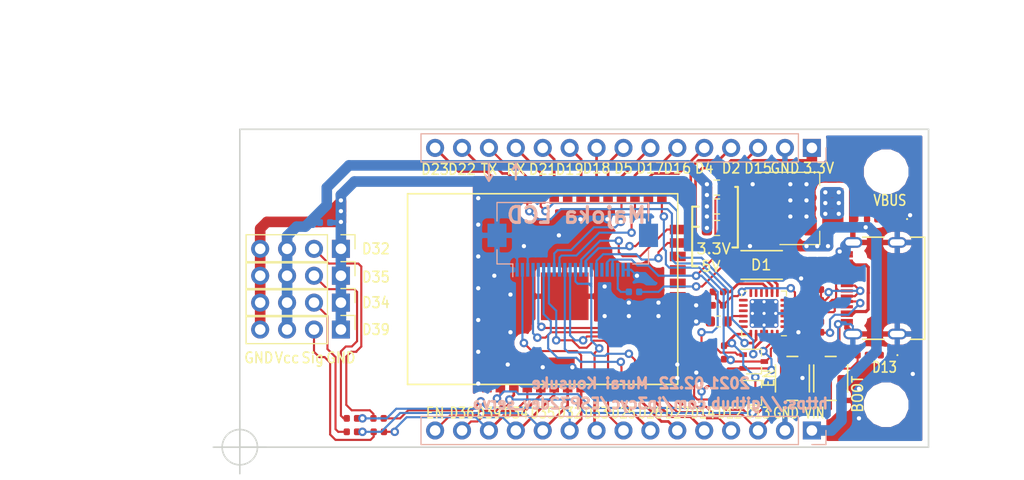
<source format=kicad_pcb>
(kicad_pcb (version 20171130) (host pcbnew "(5.0.2)-1")
  (layers (0 F.Cu signal) (31 B.Cu signal) (34 B.Paste user) (35 F.Paste user) (36 B.SilkS user) (37 F.SilkS user) (38 B.Mask user) (39 F.Mask user) (44 Edge.Cuts user))
  (net 0 "")
  (net 1 "Net-(C1-Pad1)")
  (net 2 GND)
  (net 3 "Net-(C2-Pad1)")
  (net 4 ~RESET)
  (net 5 "Net-(C4-Pad1)")
  (net 6 "Net-(C5-Pad1)")
  (net 7 VBUS)
  (net 8 +3V3)
  (net 9 "Net-(J2-Pad11)")
  (net 10 "Net-(J2-Pad12)")
  (net 11 "Net-(J2-Pad13)")
  (net 12 "Net-(J3-Pad15)")
  (net 13 "Net-(J3-Pad14)")
  (net 14 RXD)
  (net 15 TXD)
  (net 16 "Net-(J3-Pad11)")
  (net 17 "Net-(J3-Pad10)")
  (net 18 "Net-(J3-Pad9)")
  (net 19 "Net-(J3-Pad8)")
  (net 20 RTS)
  (net 21 IO0)
  (net 22 DTR)
  (net 23 "Net-(R5-Pad1)")
  (net 24 "Net-(R6-Pad1)")
  (net 25 "Net-(R7-Pad1)")
  (net 26 "Net-(J2-Pad14)")
  (net 27 "Net-(D1-Pad2)")
  (net 28 "Net-(J4-Pad2)")
  (net 29 "Net-(J5-Pad2)")
  (net 30 "Net-(J6-Pad2)")
  (net 31 "Net-(J7-Pad2)")
  (net 32 "Net-(U1-Pad1)")
  (net 33 "Net-(U1-Pad10)")
  (net 34 "Net-(U1-Pad11)")
  (net 35 "Net-(U1-Pad12)")
  (net 36 "Net-(U1-Pad13)")
  (net 37 "Net-(U1-Pad14)")
  (net 38 "Net-(U1-Pad15)")
  (net 39 "Net-(U1-Pad17)")
  (net 40 "Net-(U1-Pad18)")
  (net 41 "Net-(U1-Pad22)")
  (net 42 "Net-(U1-Pad24)")
  (net 43 "Net-(U2-Pad17)")
  (net 44 "Net-(U2-Pad18)")
  (net 45 "Net-(U2-Pad19)")
  (net 46 "Net-(U2-Pad20)")
  (net 47 "Net-(U2-Pad21)")
  (net 48 "Net-(U2-Pad22)")
  (net 49 "Net-(U2-Pad32)")
  (net 50 "Net-(C8-Pad1)")
  (net 51 "Net-(J1-PadA5)")
  (net 52 "Net-(J1-PadA8)")
  (net 53 "Net-(J1-PadB8)")
  (net 54 "Net-(J1-PadB5)")
  (net 55 RST)
  (net 56 CS1)
  (net 57 D3)
  (net 58 D2)
  (net 59 D6)
  (net 60 D7)
  (net 61 D0)
  (net 62 D1)
  (net 63 D4)
  (net 64 D5)
  (net 65 WR)
  (net 66 WD)
  (net 67 DC)
  (net 68 /WE)
  (net 69 /LED)
  (net 70 "Net-(Q1-Pad1)")
  (net 71 "Net-(Q2-Pad1)")
  (net 72 "Net-(D2-Pad2)")
  (net 73 "Net-(D3-Pad2)")
  (module Capacitor_SMD:C_0402_1005Metric (layer B.Cu) (at 128.039 78.8035)
    (fp_text reference C8 hide)
    (fp_text value 0.1u)
    (pad 2 smd roundrect (at 0.485 0) (size 0.59 0.64) (layers B.Cu B.Paste B.Mask) (net 2 GND))
    (pad 1 smd roundrect (at -0.485 0) (size 0.59 0.64) (layers B.Cu B.Paste B.Mask) (net 50 "Net-(C8-Pad1)"))
  )
  (module akizuki:5077CR-16SMC2-BK-TR (layer F.Cu) (at 177.292 85 90)
    (fp_text reference J1 hide)
    (fp_text value 5077CR-16SMC2-BK-TR)
    (pad A1 smd rect (at -3.35 0 90) (size 0.3 1.14) (layers F.Cu F.Paste F.Mask) (net 2 GND))
    (pad A5 smd rect (at -1.25 0 90) (size 0.3 1.14) (layers F.Cu F.Paste F.Mask) (net 51 "Net-(J1-PadA5)"))
    (pad B7 smd rect (at -0.75 0 90) (size 0.3 1.14) (layers F.Cu F.Paste F.Mask) (net 1 "Net-(C1-Pad1)"))
    (pad A6 smd rect (at -0.25 0 90) (size 0.3 1.14) (layers F.Cu F.Paste F.Mask) (net 3 "Net-(C2-Pad1)"))
    (pad A7 smd rect (at 0.25 0 90) (size 0.3 1.14) (layers F.Cu F.Adhes F.Paste F.Mask) (net 1 "Net-(C1-Pad1)"))
    (pad B6 smd rect (at 0.75 0 90) (size 0.3 1.14) (layers F.Cu F.Paste F.Mask) (net 3 "Net-(C2-Pad1)"))
    (pad A8 smd rect (at 1.25 0 90) (size 0.3 1.14) (layers F.Cu F.Paste F.Mask) (net 52 "Net-(J1-PadA8)"))
    (pad S1 thru_hole oval (at -4.32 0.565 90) (size 1 1.8) (drill oval 0.6 1.4) (layers *.Cu *.Mask) (net 2 GND))
    (pad "" np_thru_hole circle (at -2.875 1.075 90) (size 0.65 0.65) (drill 0.65) (layers *.Cu *.Mask))
    (pad "" np_thru_hole circle (at 2.875 1.075 90) (size 0.65 0.65) (drill 0.65) (layers *.Cu *.Mask))
    (pad B12 smd rect (at -3.05 0 90) (size 0.3 1.14) (layers F.Cu F.Paste F.Mask) (net 2 GND))
    (pad B8 smd rect (at -1.75 0 90) (size 0.3 1.14) (layers F.Cu F.Paste F.Mask) (net 53 "Net-(J1-PadB8)"))
    (pad A4 smd rect (at -2.55 0 90) (size 0.3 1.14) (layers F.Cu F.Paste F.Mask) (net 27 "Net-(D1-Pad2)"))
    (pad B9 smd rect (at -2.25 0 90) (size 0.3 1.14) (layers F.Cu F.Paste F.Mask) (net 27 "Net-(D1-Pad2)"))
    (pad B5 smd rect (at 1.75 0 90) (size 0.3 1.14) (layers F.Cu F.Paste F.Mask) (net 54 "Net-(J1-PadB5)"))
    (pad B4 smd rect (at 2.25 0 90) (size 0.3 1.14) (layers F.Cu F.Paste F.Mask) (net 27 "Net-(D1-Pad2)"))
    (pad A9 smd rect (at 2.55 0 90) (size 0.3 1.14) (layers F.Cu F.Paste F.Mask) (net 27 "Net-(D1-Pad2)"))
    (pad B1 smd rect (at 3.05 0 90) (size 0.3 1.14) (layers F.Cu F.Paste F.Mask) (net 2 GND))
    (pad A12 smd rect (at 3.35 0 90) (size 0.3 1.14) (layers F.Cu F.Paste F.Mask) (net 2 GND))
    (pad S1 thru_hole oval (at -4.32 4.755 90) (size 1 1.8) (drill oval 0.6 1.4) (layers *.Cu *.Mask) (net 2 GND))
    (pad S1 thru_hole oval (at 4.32 0.565 90) (size 1 1.8) (drill oval 0.6 1.4) (layers *.Cu *.Mask) (net 2 GND))
    (pad S1 thru_hole oval (at 4.32 4.755 90) (size 1 1.8) (drill oval 0.6 1.4) (layers *.Cu *.Mask) (net 2 GND))
  )
  (module Resistor_SMD:R_0402_1005Metric (layer B.Cu) (at 157.203 85.344)
    (fp_text reference R18 hide)
    (fp_text value 300)
    (pad 1 smd roundrect (at -0.485 0) (size 0.59 0.64) (layers B.Cu B.Paste B.Mask) (net 69 /LED))
    (pad 2 smd roundrect (at 0.485 0) (size 0.59 0.64) (layers B.Cu B.Paste B.Mask) (net 7 VBUS))
  )
  (module ESP32:ESP32 (layer F.Cu) (at 143.322 85.18 90)
    (fp_text reference U2 hide)
    (fp_text value ESP-WROOM-32)
    (pad 1 smd rect (at -8.9 0 90) (size 1.5 0.9) (layers F.Cu F.Paste F.Mask) (net 2 GND))
    (pad 2 smd rect (at -8.9 1.27 90) (size 1.5 0.9) (layers F.Cu F.Paste F.Mask) (net 8 +3V3))
    (pad 3 smd rect (at -8.9 2.54 90) (size 1.5 0.9) (layers F.Cu F.Paste F.Mask) (net 4 ~RESET))
    (pad 4 smd rect (at -8.9 3.81 90) (size 1.5 0.9) (layers F.Cu F.Paste F.Mask) (net 26 "Net-(J2-Pad14)"))
    (pad 5 smd rect (at -8.9 5.08 90) (size 1.5 0.9) (layers F.Cu F.Paste F.Mask) (net 11 "Net-(J2-Pad13)"))
    (pad 6 smd rect (at -8.9 6.35 90) (size 1.5 0.9) (layers F.Cu F.Paste F.Mask) (net 10 "Net-(J2-Pad12)"))
    (pad 7 smd rect (at -8.9 7.62 90) (size 1.5 0.9) (layers F.Cu F.Paste F.Mask) (net 9 "Net-(J2-Pad11)"))
    (pad 8 smd rect (at -8.9 8.89 90) (size 1.5 0.9) (layers F.Cu F.Paste F.Mask) (net 55 RST))
    (pad 9 smd rect (at -8.9 10.16 90) (size 1.5 0.9) (layers F.Cu F.Paste F.Mask) (net 56 CS1))
    (pad 10 smd rect (at -8.9 11.43 90) (size 1.5 0.9) (layers F.Cu F.Paste F.Mask) (net 57 D3))
    (pad 11 smd rect (at -8.9 12.7 90) (size 1.5 0.9) (layers F.Cu F.Paste F.Mask) (net 58 D2))
    (pad 12 smd rect (at -8.9 13.97 90) (size 1.5 0.9) (layers F.Cu F.Paste F.Mask) (net 59 D6))
    (pad 13 smd rect (at -8.9 15.24 90) (size 1.5 0.9) (layers F.Cu F.Paste F.Mask) (net 60 D7))
    (pad 14 smd rect (at -8.9 16.51 90) (size 1.5 0.9) (layers F.Cu F.Paste F.Mask) (net 61 D0))
    (pad 15 smd rect (at -5.71 18.01 180) (size 1.5 0.9) (layers F.Cu F.Paste F.Mask) (net 2 GND))
    (pad 16 smd rect (at -4.44 18.01 180) (size 1.5 0.9) (layers F.Cu F.Paste F.Mask) (net 62 D1))
    (pad 17 smd rect (at -3.17 18.01 180) (size 1.5 0.9) (layers F.Cu F.Paste F.Mask) (net 43 "Net-(U2-Pad17)"))
    (pad 18 smd rect (at -1.9 18.01 180) (size 1.5 0.9) (layers F.Cu F.Paste F.Mask) (net 44 "Net-(U2-Pad18)"))
    (pad 19 smd rect (at -0.63 18.01 180) (size 1.5 0.9) (layers F.Cu F.Paste F.Mask) (net 45 "Net-(U2-Pad19)"))
    (pad 20 smd rect (at 0.64 18.01 180) (size 1.5 0.9) (layers F.Cu F.Paste F.Mask) (net 46 "Net-(U2-Pad20)"))
    (pad 21 smd rect (at 1.91 18.01 180) (size 1.5 0.9) (layers F.Cu F.Paste F.Mask) (net 47 "Net-(U2-Pad21)"))
    (pad 22 smd rect (at 3.18 18.01 180) (size 1.5 0.9) (layers F.Cu F.Paste F.Mask) (net 48 "Net-(U2-Pad22)"))
    (pad 23 smd rect (at 4.45 18.01 180) (size 1.5 0.9) (layers F.Cu F.Paste F.Mask) (net 67 DC))
    (pad 24 smd rect (at 5.72 18.01 180) (size 1.5 0.9) (layers F.Cu F.Paste F.Mask) (net 66 WD))
    (pad 25 smd rect (at 8.9 16.51 90) (size 1.5 0.9) (layers F.Cu F.Paste F.Mask) (net 21 IO0))
    (pad 26 smd rect (at 8.9 15.24 90) (size 1.5 0.9) (layers F.Cu F.Paste F.Mask) (net 65 WR))
    (pad 27 smd rect (at 8.9 13.97 90) (size 1.5 0.9) (layers F.Cu F.Paste F.Mask) (net 64 D5))
    (pad 28 smd rect (at 8.9 12.7 90) (size 1.5 0.9) (layers F.Cu F.Paste F.Mask) (net 63 D4))
    (pad 29 smd rect (at 8.9 11.43 90) (size 1.5 0.9) (layers F.Cu F.Paste F.Mask) (net 19 "Net-(J3-Pad8)"))
    (pad 30 smd rect (at 8.9 10.16 90) (size 1.5 0.9) (layers F.Cu F.Paste F.Mask) (net 18 "Net-(J3-Pad9)"))
    (pad 31 smd rect (at 8.9 8.89 90) (size 1.5 0.9) (layers F.Cu F.Paste F.Mask) (net 17 "Net-(J3-Pad10)"))
    (pad 32 smd rect (at 8.9 7.62 90) (size 1.5 0.9) (layers F.Cu F.Paste F.Mask) (net 49 "Net-(U2-Pad32)"))
    (pad 33 smd rect (at 8.9 6.35 90) (size 1.5 0.9) (layers F.Cu F.Paste F.Mask) (net 16 "Net-(J3-Pad11)"))
    (pad 34 smd rect (at 8.9 5.08 90) (size 1.5 0.9) (layers F.Cu F.Paste F.Mask) (net 15 TXD))
    (pad 35 smd rect (at 8.9 3.81 90) (size 1.5 0.9) (layers F.Cu F.Paste F.Mask) (net 14 RXD))
    (pad 36 smd rect (at 8.9 2.54 90) (size 1.5 0.9) (layers F.Cu F.Paste F.Mask) (net 13 "Net-(J3-Pad14)"))
    (pad 37 smd rect (at 8.9 1.27 90) (size 1.5 0.9) (layers F.Cu F.Paste F.Mask) (net 12 "Net-(J3-Pad15)"))
    (pad 38 smd rect (at 8.9 0 90) (size 1.5 0.9) (layers F.Cu F.Paste F.Mask) (net 2 GND))
    (pad "" smd rect (at -0.58 7.34 90) (size 4.5 4.5) (layers F.Cu F.Paste F.Mask) (net 2 GND))
  )
  (module Package_TO_SOT_SMD:SOT-223 (layer F.Cu) (at 172.822 77.47)
    (fp_text reference U3 hide)
    (fp_text value TC2117)
    (pad 4 smd rect (at 3.15 0) (size 2 3.8) (layers F.Cu F.Paste F.Mask))
    (pad 2 smd rect (at -3.15 0) (size 2 1.5) (layers F.Cu F.Paste F.Mask) (net 8 +3V3))
    (pad 3 smd rect (at -3.15 2.3) (size 2 1.5) (layers F.Cu F.Paste F.Mask) (net 7 VBUS))
    (pad 1 smd rect (at -3.15 -2.3) (size 2 1.5) (layers F.Cu F.Paste F.Mask) (net 2 GND))
  )
  (module RS:SOD-128 (layer F.Cu) (at 169.25 82.804 90)
    (fp_text reference D1 (at 0.004 -0.05 180) (layer F.SilkS))
    (fp_text value RBS5LAM40ATR)
    (pad 1 smd rect (at 0 -2.2 90) (size 2 1.4) (layers F.Cu F.Paste F.Mask) (net 7 VBUS))
    (pad 2 smd rect (at 0 2.2 90) (size 2 1.4) (layers F.Cu F.Paste F.Mask) (net 27 "Net-(D1-Pad2)"))
  )
  (module akizuki:SKRPACE010 (layer F.Cu) (at 175.768 93.515 270)
    (fp_text reference SW1 hide)
    (fp_text value MODE)
    (pad 1 smd rect (at -2.075 1.075 270) (size 1.05 0.65) (layers F.Cu F.Paste F.Mask) (net 21 IO0))
    (pad 2 smd rect (at -2.075 -1.075 270) (size 1.05 0.65) (layers F.Cu F.Paste F.Mask) (net 2 GND))
    (pad 2 smd rect (at 2.075 -1.075 270) (size 1.05 0.65) (layers F.Cu F.Paste F.Mask) (net 2 GND))
    (pad 1 smd rect (at 2.075 1.075 270) (size 1.05 0.65) (layers F.Cu F.Paste F.Mask) (net 21 IO0))
  )
  (module Package_TO_SOT_SMD:SOT-323_SC-70 (layer F.Cu) (at 168.507075 94.869)
    (fp_text reference Q1 hide)
    (fp_text value 2SC4081)
    (pad 1 smd rect (at -1 -0.65 270) (size 0.45 0.7) (layers F.Cu F.Paste F.Mask) (net 70 "Net-(Q1-Pad1)"))
    (pad 2 smd rect (at -1 0.65 270) (size 0.45 0.7) (layers F.Cu F.Paste F.Mask) (net 20 RTS))
    (pad 3 smd rect (at 1 0 270) (size 0.45 0.7) (layers F.Cu F.Paste F.Mask) (net 4 ~RESET))
  )
  (module Connector_FFC-FPC:Hirose_FH12-22S-0.5SH_1x22-1MP_P0.50mm_Horizontal (layer B.Cu) (at 151.422 81.41)
    (fp_text reference J8 hide)
    (fp_text value Iris)
    (pad MP smd rect (at 7.15 -1.4) (size 1.8 2.2) (layers B.Cu B.Paste B.Mask) (net 2 GND))
    (pad MP smd rect (at -7.15 -1.4) (size 1.8 2.2) (layers B.Cu B.Paste B.Mask) (net 2 GND))
    (pad 1 smd rect (at -5.25 1.85) (size 0.3 1.3) (layers B.Cu B.Paste B.Mask) (net 2 GND))
    (pad 2 smd rect (at -4.75 1.85) (size 0.3 1.3) (layers B.Cu B.Paste B.Mask) (net 55 RST))
    (pad 3 smd rect (at -4.25 1.85) (size 0.3 1.3) (layers B.Cu B.Paste B.Mask) (net 2 GND))
    (pad 4 smd rect (at -3.75 1.85) (size 0.3 1.3) (layers B.Cu B.Paste B.Mask) (net 61 D0))
    (pad 5 smd rect (at -3.25 1.85) (size 0.3 1.3) (layers B.Cu B.Paste B.Mask) (net 62 D1))
    (pad 6 smd rect (at -2.75 1.85) (size 0.3 1.3) (layers B.Cu B.Paste B.Mask) (net 58 D2))
    (pad 7 smd rect (at -2.25 1.85) (size 0.3 1.3) (layers B.Cu B.Paste B.Mask) (net 57 D3))
    (pad 8 smd rect (at -1.75 1.85) (size 0.3 1.3) (layers B.Cu B.Paste B.Mask) (net 63 D4))
    (pad 9 smd rect (at -1.25 1.85) (size 0.3 1.3) (layers B.Cu B.Paste B.Mask) (net 64 D5))
    (pad 10 smd rect (at -0.75 1.85) (size 0.3 1.3) (layers B.Cu B.Paste B.Mask) (net 59 D6))
    (pad 11 smd rect (at -0.25 1.85) (size 0.3 1.3) (layers B.Cu B.Paste B.Mask) (net 60 D7))
    (pad 12 smd rect (at 0.25 1.85) (size 0.3 1.3) (layers B.Cu B.Paste B.Mask) (net 56 CS1))
    (pad 13 smd rect (at 0.75 1.85) (size 0.3 1.3) (layers B.Cu B.Paste B.Mask) (net 66 WD))
    (pad 14 smd rect (at 1.25 1.85) (size 0.3 1.3) (layers B.Cu B.Paste B.Mask) (net 65 WR))
    (pad 15 smd rect (at 1.75 1.85) (size 0.3 1.3) (layers B.Cu B.Paste B.Mask) (net 56 CS1))
    (pad 16 smd rect (at 2.25 1.85) (size 0.3 1.3) (layers B.Cu B.Paste B.Mask) (net 67 DC))
    (pad 17 smd rect (at 2.75 1.85) (size 0.3 1.3) (layers B.Cu B.Paste B.Mask) (net 68 /WE))
    (pad 18 smd rect (at 3.25 1.85) (size 0.3 1.3) (layers B.Cu B.Paste B.Mask) (net 8 +3V3))
    (pad 19 smd rect (at 3.75 1.85) (size 0.3 1.3) (layers B.Cu B.Paste B.Mask) (net 8 +3V3))
    (pad 20 smd rect (at 4.25 1.85) (size 0.3 1.3) (layers B.Cu B.Paste B.Mask) (net 69 /LED))
    (pad 21 smd rect (at 4.75 1.85) (size 0.3 1.3) (layers B.Cu B.Paste B.Mask) (net 2 GND))
    (pad 22 smd rect (at 5.25 1.85) (size 0.3 1.3) (layers B.Cu B.Paste B.Mask) (net 2 GND))
  )
  (module akizuki:SKRPACE010 (layer F.Cu) (at 172.153 93.515 270)
    (fp_text reference SW2 hide)
    (fp_text value RESET)
    (pad 1 smd rect (at 2.075 1.075 270) (size 1.05 0.65) (layers F.Cu F.Paste F.Mask) (net 4 ~RESET))
    (pad 2 smd rect (at 2.075 -1.075 270) (size 1.05 0.65) (layers F.Cu F.Paste F.Mask) (net 2 GND))
    (pad 2 smd rect (at -2.075 -1.075 270) (size 1.05 0.65) (layers F.Cu F.Paste F.Mask) (net 2 GND))
    (pad 1 smd rect (at -2.075 1.075 270) (size 1.05 0.65) (layers F.Cu F.Paste F.Mask) (net 4 ~RESET))
  )
  (module Connector_PinHeader_2.54mm:PinHeader_1x04_P2.54mm_Vertical (layer F.Cu) (at 129.54 81.28 270)
    (fp_text reference J4 hide)
    (fp_text value Servo0)
    (pad 1 thru_hole rect (at 0 0 270) (size 1.7 1.7) (drill 1) (layers *.Cu *.Mask) (net 2 GND))
    (pad 2 thru_hole oval (at 0 2.54 270) (size 1.7 1.7) (drill 1) (layers *.Cu *.Mask) (net 28 "Net-(J4-Pad2)"))
    (pad 3 thru_hole oval (at 0 5.08 270) (size 1.7 1.7) (drill 1) (layers *.Cu *.Mask) (net 50 "Net-(C8-Pad1)"))
    (pad 4 thru_hole oval (at 0 7.62 270) (size 1.7 1.7) (drill 1) (layers *.Cu *.Mask) (net 2 GND))
  )
  (module Connector_PinHeader_2.54mm:PinHeader_1x15_P2.54mm_Vertical (layer B.Cu) (at 173.99 98.425 90)
    (fp_text reference J2 hide)
    (fp_text value Conn_01x15)
    (pad 1 thru_hole rect (at 0 0 90) (size 1.7 1.7) (drill 1) (layers *.Cu *.Mask) (net 7 VBUS))
    (pad 2 thru_hole oval (at 0 -2.54 90) (size 1.7 1.7) (drill 1) (layers *.Cu *.Mask) (net 2 GND))
    (pad 3 thru_hole oval (at 0 -5.08 90) (size 1.7 1.7) (drill 1) (layers *.Cu *.Mask) (net 62 D1))
    (pad 4 thru_hole oval (at 0 -7.62 90) (size 1.7 1.7) (drill 1) (layers *.Cu *.Mask) (net 61 D0))
    (pad 5 thru_hole oval (at 0 -10.16 90) (size 1.7 1.7) (drill 1) (layers *.Cu *.Mask) (net 60 D7))
    (pad 6 thru_hole oval (at 0 -12.7 90) (size 1.7 1.7) (drill 1) (layers *.Cu *.Mask) (net 59 D6))
    (pad 7 thru_hole oval (at 0 -15.24 90) (size 1.7 1.7) (drill 1) (layers *.Cu *.Mask) (net 58 D2))
    (pad 8 thru_hole oval (at 0 -17.78 90) (size 1.7 1.7) (drill 1) (layers *.Cu *.Mask) (net 57 D3))
    (pad 9 thru_hole oval (at 0 -20.32 90) (size 1.7 1.7) (drill 1) (layers *.Cu *.Mask) (net 56 CS1))
    (pad 10 thru_hole oval (at 0 -22.86 90) (size 1.7 1.7) (drill 1) (layers *.Cu *.Mask) (net 55 RST))
    (pad 11 thru_hole oval (at 0 -25.4 90) (size 1.7 1.7) (drill 1) (layers *.Cu *.Mask) (net 9 "Net-(J2-Pad11)"))
    (pad 12 thru_hole oval (at 0 -27.94 90) (size 1.7 1.7) (drill 1) (layers *.Cu *.Mask) (net 10 "Net-(J2-Pad12)"))
    (pad 13 thru_hole oval (at 0 -30.48 90) (size 1.7 1.7) (drill 1) (layers *.Cu *.Mask) (net 11 "Net-(J2-Pad13)"))
    (pad 14 thru_hole oval (at 0 -33.02 90) (size 1.7 1.7) (drill 1) (layers *.Cu *.Mask) (net 26 "Net-(J2-Pad14)"))
    (pad 15 thru_hole oval (at 0 -35.56 90) (size 1.7 1.7) (drill 1) (layers *.Cu *.Mask) (net 4 ~RESET))
  )
  (module MountingHole:MountingHole_3.2mm_M3 (layer F.Cu) (at 124 74)
    (fp_text reference REF** hide)
    (fp_text value MountingHole_3.2mm_M3)
    (pad 1 np_thru_hole circle (at 0 0) (size 3.2 3.2) (drill 3.2) (layers *.Cu *.Mask))
  )
  (module MountingHole:MountingHole_3.2mm_M3 (layer F.Cu) (at 124 96)
    (fp_text reference REF** hide)
    (fp_text value MountingHole_3.2mm_M3)
    (pad 1 np_thru_hole circle (at 0 0) (size 3.2 3.2) (drill 3.2) (layers *.Cu *.Mask))
  )
  (module MountingHole:MountingHole_3.2mm_M3 (layer F.Cu) (at 181 96)
    (fp_text reference REF** hide)
    (fp_text value MountingHole_3.2mm_M3)
    (pad 1 np_thru_hole circle (at 0 0) (size 3.2 3.2) (drill 3.2) (layers *.Cu *.Mask))
  )
  (module Capacitor_SMD:C_0603_1608Metric (layer F.Cu) (at 165.2015 88.138 180)
    (fp_text reference C5 hide)
    (fp_text value 4.7u)
    (pad 2 smd roundrect (at 0.7875 0 180) (size 0.875 0.95) (layers F.Cu F.Paste F.Mask) (net 2 GND))
    (pad 1 smd roundrect (at -0.7875 0 180) (size 0.875 0.95) (layers F.Cu F.Paste F.Mask) (net 6 "Net-(C5-Pad1)"))
  )
  (module Connector_PinHeader_2.54mm:PinHeader_1x15_P2.54mm_Vertical (layer B.Cu) (at 173.99 71.755 90)
    (fp_text reference J3 hide)
    (fp_text value Conn_01x15)
    (pad 15 thru_hole oval (at 0 -35.56 90) (size 1.7 1.7) (drill 1) (layers *.Cu *.Mask) (net 12 "Net-(J3-Pad15)"))
    (pad 14 thru_hole oval (at 0 -33.02 90) (size 1.7 1.7) (drill 1) (layers *.Cu *.Mask) (net 13 "Net-(J3-Pad14)"))
    (pad 13 thru_hole oval (at 0 -30.48 90) (size 1.7 1.7) (drill 1) (layers *.Cu *.Mask) (net 14 RXD))
    (pad 12 thru_hole oval (at 0 -27.94 90) (size 1.7 1.7) (drill 1) (layers *.Cu *.Mask) (net 15 TXD))
    (pad 11 thru_hole oval (at 0 -25.4 90) (size 1.7 1.7) (drill 1) (layers *.Cu *.Mask) (net 16 "Net-(J3-Pad11)"))
    (pad 10 thru_hole oval (at 0 -22.86 90) (size 1.7 1.7) (drill 1) (layers *.Cu *.Mask) (net 17 "Net-(J3-Pad10)"))
    (pad 9 thru_hole oval (at 0 -20.32 90) (size 1.7 1.7) (drill 1) (layers *.Cu *.Mask) (net 18 "Net-(J3-Pad9)"))
    (pad 8 thru_hole oval (at 0 -17.78 90) (size 1.7 1.7) (drill 1) (layers *.Cu *.Mask) (net 19 "Net-(J3-Pad8)"))
    (pad 7 thru_hole oval (at 0 -15.24 90) (size 1.7 1.7) (drill 1) (layers *.Cu *.Mask) (net 63 D4))
    (pad 6 thru_hole oval (at 0 -12.7 90) (size 1.7 1.7) (drill 1) (layers *.Cu *.Mask) (net 64 D5))
    (pad 5 thru_hole oval (at 0 -10.16 90) (size 1.7 1.7) (drill 1) (layers *.Cu *.Mask) (net 65 WR))
    (pad 4 thru_hole oval (at 0 -7.62 90) (size 1.7 1.7) (drill 1) (layers *.Cu *.Mask) (net 66 WD))
    (pad 3 thru_hole oval (at 0 -5.08 90) (size 1.7 1.7) (drill 1) (layers *.Cu *.Mask) (net 67 DC))
    (pad 2 thru_hole oval (at 0 -2.54 90) (size 1.7 1.7) (drill 1) (layers *.Cu *.Mask) (net 2 GND))
    (pad 1 thru_hole rect (at 0 0 90) (size 1.7 1.7) (drill 1) (layers *.Cu *.Mask) (net 8 +3V3))
  )
  (module Package_DFN_QFN:QFN-24-1EP_4x4mm_P0.5mm_EP2.7x2.7mm_ThermalVias (layer F.Cu) (at 169.479 87.376 180)
    (fp_text reference U1 hide)
    (fp_text value CP2104-F03-GM)
    (pad 25 smd roundrect (at 0 0 180) (size 2.7 2.7) (layers F.Cu F.Mask) (roundrect_rratio 0.09300000000000001) (net 2 GND))
    (pad 25 thru_hole circle (at -1.1 -1.1 180) (size 0.5 0.5) (drill 0.3) (layers *.Cu) (net 2 GND))
    (pad 25 thru_hole circle (at 0 -1.1 180) (size 0.5 0.5) (drill 0.3) (layers *.Cu) (net 2 GND))
    (pad 25 thru_hole circle (at 1.1 -1.1 180) (size 0.5 0.5) (drill 0.3) (layers *.Cu))
    (pad 25 thru_hole circle (at -1.1 0 180) (size 0.5 0.5) (drill 0.3) (layers *.Cu) (net 2 GND))
    (pad 25 thru_hole circle (at 0 0 180) (size 0.5 0.5) (drill 0.3) (layers *.Cu))
    (pad 25 thru_hole circle (at 1.1 0 180) (size 0.5 0.5) (drill 0.3) (layers *.Cu))
    (pad 25 thru_hole circle (at -1.1 1.1 180) (size 0.5 0.5) (drill 0.3) (layers *.Cu) (net 2 GND))
    (pad 25 thru_hole circle (at 0 1.1 180) (size 0.5 0.5) (drill 0.3) (layers *.Cu))
    (pad 25 thru_hole circle (at 1.1 1.1 180) (size 0.5 0.5) (drill 0.3) (layers *.Cu) (net 2 GND))
    (pad 25 smd roundrect (at 0 0 180) (size 2.7 2.7) (layers B.Cu) (roundrect_rratio 0.09300000000000001) (net 2 GND))
    (pad 1 smd roundrect (at -1.9625 -1.25 180) (size 0.825 0.25) (layers F.Cu F.Paste F.Mask) (net 32 "Net-(U1-Pad1)"))
    (pad 2 smd roundrect (at -1.9625 -0.75 180) (size 0.825 0.25) (layers F.Cu F.Paste F.Mask) (net 2 GND))
    (pad 3 smd roundrect (at -1.9625 -0.25 180) (size 0.825 0.25) (layers F.Cu F.Paste F.Mask) (net 24 "Net-(R6-Pad1)"))
    (pad 4 smd roundrect (at -1.9625 0.25 180) (size 0.825 0.25) (layers F.Cu F.Paste F.Mask) (net 23 "Net-(R5-Pad1)"))
    (pad 5 smd roundrect (at -1.9625 0.75 180) (size 0.825 0.25) (layers F.Cu F.Paste F.Mask) (net 5 "Net-(C4-Pad1)"))
    (pad 6 smd roundrect (at -1.9625 1.25 180) (size 0.825 0.25) (layers F.Cu F.Paste F.Mask) (net 5 "Net-(C4-Pad1)"))
    (pad 7 smd roundrect (at -1.25 1.9625 180) (size 0.25 0.825) (layers F.Cu F.Paste F.Mask) (net 7 VBUS))
    (pad 8 smd roundrect (at -0.75 1.9625 180) (size 0.25 0.825) (layers F.Cu F.Paste F.Mask) (net 7 VBUS))
    (pad 9 smd roundrect (at -0.25 1.9625 180) (size 0.25 0.825) (layers F.Cu F.Paste F.Mask) (net 25 "Net-(R7-Pad1)"))
    (pad 10 smd roundrect (at 0.25 1.9625 180) (size 0.25 0.825) (layers F.Cu F.Paste F.Mask) (net 33 "Net-(U1-Pad10)"))
    (pad 11 smd roundrect (at 0.75 1.9625 180) (size 0.25 0.825) (layers F.Cu F.Paste F.Mask) (net 34 "Net-(U1-Pad11)"))
    (pad 12 smd roundrect (at 1.25 1.9625 180) (size 0.25 0.825) (layers F.Cu F.Paste F.Mask) (net 35 "Net-(U1-Pad12)"))
    (pad 13 smd roundrect (at 1.9625 1.25 180) (size 0.825 0.25) (layers F.Cu F.Paste F.Mask) (net 36 "Net-(U1-Pad13)"))
    (pad 14 smd roundrect (at 1.9625 0.75 180) (size 0.825 0.25) (layers F.Cu F.Paste F.Mask) (net 37 "Net-(U1-Pad14)"))
    (pad 15 smd roundrect (at 1.9625 0.25 180) (size 0.825 0.25) (layers F.Cu F.Paste F.Mask) (net 38 "Net-(U1-Pad15)"))
    (pad 16 smd roundrect (at 1.9625 -0.25 180) (size 0.825 0.25) (layers F.Cu F.Paste F.Mask) (net 6 "Net-(C5-Pad1)"))
    (pad 17 smd roundrect (at 1.9625 -0.75 180) (size 0.825 0.25) (layers F.Cu F.Paste F.Mask) (net 39 "Net-(U1-Pad17)"))
    (pad 18 smd roundrect (at 1.9625 -1.25 180) (size 0.825 0.25) (layers F.Cu F.Paste F.Mask) (net 40 "Net-(U1-Pad18)"))
    (pad 19 smd roundrect (at 1.25 -1.9625 180) (size 0.25 0.825) (layers F.Cu F.Paste F.Mask) (net 20 RTS))
    (pad 20 smd roundrect (at 0.75 -1.9625 180) (size 0.25 0.825) (layers F.Cu F.Paste F.Mask) (net 14 RXD))
    (pad 21 smd roundrect (at 0.25 -1.9625 180) (size 0.25 0.825) (layers F.Cu F.Paste F.Mask) (net 15 TXD))
    (pad 22 smd roundrect (at -0.25 -1.9625 180) (size 0.25 0.825) (layers F.Cu F.Paste F.Mask) (net 41 "Net-(U1-Pad22)"))
    (pad 23 smd roundrect (at -0.75 -1.9625 180) (size 0.25 0.825) (layers F.Cu F.Paste F.Mask) (net 22 DTR))
    (pad 24 smd roundrect (at -1.25 -1.9625 180) (size 0.25 0.825) (layers F.Cu F.Paste F.Mask) (net 42 "Net-(U1-Pad24)"))
  )
  (module MountingHole:MountingHole_3.2mm_M3 (layer F.Cu) (at 181 74)
    (fp_text reference REF** hide)
    (fp_text value MountingHole_3.2mm_M3)
    (pad 1 np_thru_hole circle (at 0 0) (size 3.2 3.2) (drill 3.2) (layers *.Cu *.Mask))
  )
  (module Connector_PinHeader_2.54mm:PinHeader_1x04_P2.54mm_Vertical (layer F.Cu) (at 129.54 83.82 270)
    (fp_text reference J5 hide)
    (fp_text value Servo1)
    (pad 4 thru_hole oval (at 0 7.62 270) (size 1.7 1.7) (drill 1) (layers *.Cu *.Mask) (net 2 GND))
    (pad 3 thru_hole oval (at 0 5.08 270) (size 1.7 1.7) (drill 1) (layers *.Cu *.Mask) (net 50 "Net-(C8-Pad1)"))
    (pad 2 thru_hole oval (at 0 2.54 270) (size 1.7 1.7) (drill 1) (layers *.Cu *.Mask) (net 29 "Net-(J5-Pad2)"))
    (pad 1 thru_hole rect (at 0 0 270) (size 1.7 1.7) (drill 1) (layers *.Cu *.Mask) (net 2 GND))
  )
  (module Connector_PinHeader_2.54mm:PinHeader_1x04_P2.54mm_Vertical (layer F.Cu) (at 129.54 86.36 270)
    (fp_text reference J6 hide)
    (fp_text value Servo2)
    (pad 1 thru_hole rect (at 0 0 270) (size 1.7 1.7) (drill 1) (layers *.Cu *.Mask) (net 2 GND))
    (pad 2 thru_hole oval (at 0 2.54 270) (size 1.7 1.7) (drill 1) (layers *.Cu *.Mask) (net 30 "Net-(J6-Pad2)"))
    (pad 3 thru_hole oval (at 0 5.08 270) (size 1.7 1.7) (drill 1) (layers *.Cu *.Mask) (net 50 "Net-(C8-Pad1)"))
    (pad 4 thru_hole oval (at 0 7.62 270) (size 1.7 1.7) (drill 1) (layers *.Cu *.Mask) (net 2 GND))
  )
  (module Connector_PinHeader_2.54mm:PinHeader_1x04_P2.54mm_Vertical (layer F.Cu) (at 129.54 88.9 270)
    (fp_text reference J7 hide)
    (fp_text value Servo3 hide)
    (pad 4 thru_hole oval (at 0 7.62 270) (size 1.7 1.7) (drill 1) (layers *.Cu *.Mask) (net 2 GND))
    (pad 3 thru_hole oval (at 0 5.08 270) (size 1.7 1.7) (drill 1) (layers *.Cu *.Mask) (net 50 "Net-(C8-Pad1)"))
    (pad 2 thru_hole oval (at 0 2.54 270) (size 1.7 1.7) (drill 1) (layers *.Cu *.Mask) (net 31 "Net-(J7-Pad2)"))
    (pad 1 thru_hole rect (at 0 0 270) (size 1.7 1.7) (drill 1) (layers *.Cu *.Mask) (net 2 GND))
  )
  (module Resistor_SMD:R_0805_2012Metric (layer F.Cu) (at 165.0215 75.502)
    (fp_text reference R13 hide)
    (fp_text value "0(NC)")
    (pad 1 smd roundrect (at -0.9375 0) (size 0.975 1.4) (layers F.Cu F.Paste F.Mask) (net 50 "Net-(C8-Pad1)"))
    (pad 2 smd roundrect (at 0.9375 0) (size 0.975 1.4) (layers F.Cu F.Paste F.Mask) (net 8 +3V3))
  )
  (module Resistor_SMD:R_0805_2012Metric (layer F.Cu) (at 165.0215 77.28)
    (fp_text reference R14 hide)
    (fp_text value 0)
    (pad 1 smd roundrect (at -0.9375 0) (size 0.975 1.4) (layers F.Cu F.Paste F.Mask) (net 50 "Net-(C8-Pad1)"))
    (pad 2 smd roundrect (at 0.9375 0) (size 0.975 1.4) (layers F.Cu F.Paste F.Mask) (net 7 VBUS))
  )
  (module Resistor_SMD:R_0805_2012Metric (layer F.Cu) (at 165.0215 79.312)
    (fp_text reference R15 hide)
    (fp_text value 0)
    (pad 2 smd roundrect (at 0.9375 0) (size 0.975 1.4) (layers F.Cu F.Paste F.Mask) (net 7 VBUS))
    (pad 1 smd roundrect (at -0.9375 0) (size 0.975 1.4) (layers F.Cu F.Paste F.Mask) (net 50 "Net-(C8-Pad1)"))
  )
  (module Package_TO_SOT_SMD:SOT-323_SC-70 (layer F.Cu) (at 168.507075 91.918491)
    (fp_text reference Q2 hide)
    (fp_text value 2SC4081)
    (pad 3 smd rect (at 1 0 270) (size 0.45 0.7) (layers F.Cu F.Paste F.Mask) (net 21 IO0))
    (pad 2 smd rect (at -1 0.65 270) (size 0.45 0.7) (layers F.Cu F.Paste F.Mask) (net 22 DTR))
    (pad 1 smd rect (at -1 -0.65 270) (size 0.45 0.7) (layers F.Cu F.Paste F.Mask) (net 71 "Net-(Q2-Pad1)"))
  )
  (module Capacitor_SMD:C_0402_1005Metric (layer F.Cu) (at 174.3675 85.125 180)
    (fp_text reference C1 hide)
    (fp_text value 47p)
    (pad 2 smd roundrect (at 0.485 0 180) (size 0.59 0.64) (layers F.Cu F.Paste F.Mask) (net 2 GND))
    (pad 1 smd roundrect (at -0.485 0 180) (size 0.59 0.64) (layers F.Cu F.Paste F.Mask) (net 1 "Net-(C1-Pad1)"))
  )
  (module Capacitor_SMD:C_0402_1005Metric (layer F.Cu) (at 174.3675 88.173 180)
    (fp_text reference C2 hide)
    (fp_text value 47p)
    (pad 1 smd roundrect (at -0.485 0 180) (size 0.59 0.64) (layers F.Cu F.Paste F.Mask) (net 3 "Net-(C2-Pad1)"))
    (pad 2 smd roundrect (at 0.485 0 180) (size 0.59 0.64) (layers F.Cu F.Paste F.Mask) (net 2 GND))
  )
  (module Capacitor_SMD:C_0402_1005Metric (layer F.Cu) (at 165.216 95.504 180)
    (fp_text reference C3 hide)
    (fp_text value 0.1u)
    (pad 1 smd roundrect (at -0.485 0 180) (size 0.59 0.64) (layers F.Cu F.Paste F.Mask) (net 4 ~RESET))
    (pad 2 smd roundrect (at 0.485 0 180) (size 0.59 0.64) (layers F.Cu F.Paste F.Mask) (net 2 GND))
  )
  (module Capacitor_SMD:C_0402_1005Metric (layer F.Cu) (at 165.123 86.614 180)
    (fp_text reference C4 hide)
    (fp_text value 0.1u)
    (pad 1 smd roundrect (at -0.485 0 180) (size 0.59 0.64) (layers F.Cu F.Paste F.Mask) (net 5 "Net-(C4-Pad1)"))
    (pad 2 smd roundrect (at 0.485 0 180) (size 0.59 0.64) (layers F.Cu F.Paste F.Mask) (net 2 GND))
  )
  (module Capacitor_SMD:C_0402_1005Metric (layer F.Cu) (at 167.64 80.033 270)
    (fp_text reference C6 hide)
    (fp_text value 0.1u)
    (pad 1 smd roundrect (at -0.485 0 270) (size 0.59 0.64) (layers F.Cu F.Paste F.Mask) (net 7 VBUS))
    (pad 2 smd roundrect (at 0.485 0 270) (size 0.59 0.64) (layers F.Cu F.Paste F.Mask) (net 2 GND))
  )
  (module Capacitor_SMD:C_0402_1005Metric (layer F.Cu) (at 167.64 75.415 90)
    (fp_text reference C7 hide)
    (fp_text value 0.1u)
    (pad 2 smd roundrect (at 0.485 0 90) (size 0.59 0.64) (layers F.Cu F.Paste F.Mask) (net 2 GND))
    (pad 1 smd roundrect (at -0.485 0 90) (size 0.59 0.64) (layers F.Cu F.Paste F.Mask) (net 8 +3V3))
  )
  (module Resistor_SMD:R_0402_1005Metric (layer F.Cu) (at 165.216 91.694)
    (fp_text reference R1 hide)
    (fp_text value 10k)
    (pad 2 smd roundrect (at 0.485 0) (size 0.59 0.64) (layers F.Cu F.Paste F.Mask) (net 21 IO0))
    (pad 1 smd roundrect (at -0.485 0) (size 0.59 0.64) (layers F.Cu F.Paste F.Mask) (net 8 +3V3))
  )
  (module Resistor_SMD:R_0402_1005Metric (layer F.Cu) (at 165.216 94.234)
    (fp_text reference R2 hide)
    (fp_text value 10k)
    (pad 2 smd roundrect (at 0.485 0) (size 0.59 0.64) (layers F.Cu F.Paste F.Mask) (net 4 ~RESET))
    (pad 1 smd roundrect (at -0.485 0) (size 0.59 0.64) (layers F.Cu F.Paste F.Mask) (net 8 +3V3))
  )
  (module Resistor_SMD:R_0402_1005Metric (layer F.Cu) (at 165.216 92.964)
    (fp_text reference R3 hide)
    (fp_text value 10k)
    (pad 1 smd roundrect (at -0.485 0) (size 0.59 0.64) (layers F.Cu F.Paste F.Mask) (net 70 "Net-(Q1-Pad1)"))
    (pad 2 smd roundrect (at 0.485 0) (size 0.59 0.64) (layers F.Cu F.Paste F.Mask) (net 22 DTR))
  )
  (module Resistor_SMD:R_0402_1005Metric (layer F.Cu) (at 165.216 90.424)
    (fp_text reference R4 hide)
    (fp_text value 10k)
    (pad 2 smd roundrect (at 0.485 0) (size 0.59 0.64) (layers F.Cu F.Paste F.Mask) (net 20 RTS))
    (pad 1 smd roundrect (at -0.485 0) (size 0.59 0.64) (layers F.Cu F.Paste F.Mask) (net 71 "Net-(Q2-Pad1)"))
  )
  (module Resistor_SMD:R_0402_1005Metric (layer F.Cu) (at 174.3675 86.141)
    (fp_text reference R5 hide)
    (fp_text value 27)
    (pad 2 smd roundrect (at 0.485 0) (size 0.59 0.64) (layers F.Cu F.Paste F.Mask) (net 1 "Net-(C1-Pad1)"))
    (pad 1 smd roundrect (at -0.485 0) (size 0.59 0.64) (layers F.Cu F.Paste F.Mask) (net 23 "Net-(R5-Pad1)"))
  )
  (module Resistor_SMD:R_0402_1005Metric (layer F.Cu) (at 174.3675 87.157)
    (fp_text reference R6 hide)
    (fp_text value 27)
    (pad 1 smd roundrect (at -0.485 0) (size 0.59 0.64) (layers F.Cu F.Paste F.Mask) (net 24 "Net-(R6-Pad1)"))
    (pad 2 smd roundrect (at 0.485 0) (size 0.59 0.64) (layers F.Cu F.Paste F.Mask) (net 3 "Net-(C2-Pad1)"))
  )
  (module Resistor_SMD:R_0402_1005Metric (layer F.Cu) (at 165.1255 85.344 180)
    (fp_text reference R7 hide)
    (fp_text value 10k)
    (pad 1 smd roundrect (at -0.485 0 180) (size 0.59 0.64) (layers F.Cu F.Paste F.Mask) (net 25 "Net-(R7-Pad1)"))
    (pad 2 smd roundrect (at 0.485 0 180) (size 0.59 0.64) (layers F.Cu F.Paste F.Mask) (net 5 "Net-(C4-Pad1)"))
  )
  (module Resistor_SMD:R_0402_1005Metric (layer F.Cu) (at 133.096 97.282)
    (fp_text reference R8 hide)
    (fp_text value 300)
    (pad 1 smd roundrect (at -0.485 0) (size 0.59 0.64) (layers F.Cu F.Paste F.Mask) (net 28 "Net-(J4-Pad2)"))
    (pad 2 smd roundrect (at 0.485 0) (size 0.59 0.64) (layers F.Cu F.Paste F.Mask) (net 55 RST))
  )
  (module Resistor_SMD:R_0402_1005Metric (layer F.Cu) (at 130.579 97.282)
    (fp_text reference R9 hide)
    (fp_text value 300)
    (pad 2 smd roundrect (at 0.485 0) (size 0.59 0.64) (layers F.Cu F.Paste F.Mask) (net 9 "Net-(J2-Pad11)"))
    (pad 1 smd roundrect (at -0.485 0) (size 0.59 0.64) (layers F.Cu F.Paste F.Mask) (net 29 "Net-(J5-Pad2)"))
  )
  (module Resistor_SMD:R_0402_1005Metric (layer F.Cu) (at 130.579 98.552)
    (fp_text reference R10 hide)
    (fp_text value 300)
    (pad 1 smd roundrect (at -0.485 0) (size 0.59 0.64) (layers F.Cu F.Paste F.Mask) (net 30 "Net-(J6-Pad2)"))
    (pad 2 smd roundrect (at 0.485 0) (size 0.59 0.64) (layers F.Cu F.Paste F.Mask) (net 10 "Net-(J2-Pad12)"))
  )
  (module Resistor_SMD:R_0402_1005Metric (layer F.Cu) (at 133.119 98.552)
    (fp_text reference R11 hide)
    (fp_text value 300)
    (pad 2 smd roundrect (at 0.485 0) (size 0.59 0.64) (layers F.Cu F.Paste F.Mask) (net 11 "Net-(J2-Pad13)"))
    (pad 1 smd roundrect (at -0.485 0) (size 0.59 0.64) (layers F.Cu F.Paste F.Mask) (net 31 "Net-(J7-Pad2)"))
  )
  (module Resistor_SMD:R_0402_1005Metric (layer F.Cu) (at 174.3825 89.154)
    (fp_text reference R16 hide)
    (fp_text value 5.1k)
    (pad 1 smd roundrect (at -0.485 0) (size 0.59 0.64) (layers F.Cu F.Paste F.Mask) (net 2 GND))
    (pad 2 smd roundrect (at 0.485 0) (size 0.59 0.64) (layers F.Cu F.Paste F.Mask) (net 51 "Net-(J1-PadA5)"))
  )
  (module Resistor_SMD:R_0402_1005Metric (layer F.Cu) (at 174.3825 84.074)
    (fp_text reference R17 hide)
    (fp_text value 5.1k)
    (pad 2 smd roundrect (at 0.485 0) (size 0.59 0.64) (layers F.Cu F.Paste F.Mask) (net 54 "Net-(J1-PadB5)"))
    (pad 1 smd roundrect (at -0.485 0) (size 0.59 0.64) (layers F.Cu F.Paste F.Mask) (net 2 GND))
  )
  (module LED_SMD:LED_0402_1005Metric (layer F.Cu) (at 180.975 91.313 180)
    (fp_text reference D2 hide)
    (fp_text value LED)
    (pad 1 smd roundrect (at -0.485 0 180) (size 0.59 0.64) (layers F.Cu F.Paste F.Mask) (net 2 GND))
    (pad 2 smd roundrect (at 0.485 0 180) (size 0.59 0.64) (layers F.Cu F.Paste F.Mask) (net 72 "Net-(D2-Pad2)"))
  )
  (module Resistor_SMD:R_0402_1005Metric (layer F.Cu) (at 178.793 91.313)
    (fp_text reference R12 hide)
    (fp_text value 1k)
    (pad 1 smd roundrect (at -0.485 0) (size 0.59 0.64) (layers F.Cu F.Paste F.Mask) (net 62 D1))
    (pad 2 smd roundrect (at 0.485 0) (size 0.59 0.64) (layers F.Cu F.Paste F.Mask) (net 72 "Net-(D2-Pad2)"))
  )
  (module LED_SMD:LED_0402_1005Metric (layer F.Cu) (at 181.887 78.47 180)
    (fp_text reference D3 hide)
    (fp_text value LED)
    (pad 1 smd roundrect (at -0.485 0 180) (size 0.59 0.64) (layers F.Cu F.Paste F.Mask) (net 2 GND))
    (pad 2 smd roundrect (at 0.485 0 180) (size 0.59 0.64) (layers F.Cu F.Paste F.Mask) (net 73 "Net-(D3-Pad2)"))
  )
  (module Resistor_SMD:R_0402_1005Metric (layer F.Cu) (at 179.682 78.47)
    (fp_text reference R19 hide)
    (fp_text value 1k)
    (pad 1 smd roundrect (at -0.485 0) (size 0.59 0.64) (layers F.Cu F.Paste F.Mask) (net 7 VBUS))
    (pad 2 smd roundrect (at 0.485 0) (size 0.59 0.64) (layers F.Cu F.Paste F.Mask) (net 73 "Net-(D3-Pad2)"))
  )
  (target plus (at 120 100) (size 5) (width 0.15) (layer Edge.Cuts))
  (gr_text VBUS (at 181.356 76.708) (layer F.SilkS) (effects (font (size 1 0.8))))
  (gr_text D13 (at 180.848 92.456) (layer F.SilkS) (effects (font (size 1 0.8))))
  (gr_line (start 146.05 73.279) (end 146.3675 73.787) (layer B.SilkS) (width 0.2))
  (gr_line (start 146.05 73.279) (end 145.7325 73.787) (layer B.SilkS) (width 0.2))
  (gr_line (start 146.05 73.279) (end 146.05 74.7395) (layer B.SilkS) (width 0.2))
  (gr_line (start 143.51 74.8665) (end 143.8275 74.3585) (layer B.SilkS) (width 0.2))
  (gr_line (start 143.1925 74.3585) (end 143.51 74.8665) (layer B.SilkS) (width 0.2))
  (gr_line (start 143.51 73.279) (end 143.51 74.8665) (layer B.SilkS) (width 0.2))
  (gr_text 3.3V (at 174.625 73.66) (layer F.SilkS) (effects (font (size 1 0.9))))
  (gr_text GND (at 171.45 73.66) (layer F.SilkS) (effects (font (size 1 0.9))))
  (gr_text D15 (at 168.91 73.66) (layer F.SilkS) (effects (font (size 1 0.9))))
  (gr_text D2 (at 166.37 73.66) (layer F.SilkS) (effects (font (size 1 0.9))))
  (gr_text D4 (at 163.83 73.66) (layer F.SilkS) (effects (font (size 1 0.9))))
  (gr_text D16 (at 161.29 73.66) (layer F.SilkS) (effects (font (size 1 0.9))))
  (gr_text D17 (at 158.75 73.66) (layer F.SilkS) (effects (font (size 1 0.9))))
  (gr_text D5 (at 156.21 73.66) (layer F.SilkS) (effects (font (size 1 0.9))))
  (gr_text D18 (at 153.67 73.66) (layer F.SilkS) (effects (font (size 1 0.9))))
  (gr_text D19 (at 151.13 73.787) (layer F.SilkS) (effects (font (size 1 0.9))))
  (gr_text D21 (at 148.59 73.787) (layer F.SilkS) (effects (font (size 1 0.9))))
  (gr_text RX (at 146.05 73.787) (layer F.SilkS) (effects (font (size 1 0.9))))
  (gr_text TX (at 143.51 73.787) (layer F.SilkS) (effects (font (size 1 0.9))))
  (gr_text D22 (at 140.97 73.787) (layer F.SilkS) (effects (font (size 1 0.9))))
  (gr_text D23 (at 138.43 73.787) (layer F.SilkS) (effects (font (size 1 0.9))))
  (gr_text "Majoka LCD" (at 151.765 78.105) (layer B.SilkS) (effects (font (size 1.5 1.5) (thickness 0.3)) (justify mirror)))
  (gr_text Sig (at 126.873 91.567) (layer F.SilkS) (effects (font (size 1 0.9))))
  (gr_text GND (at 129.54 91.567) (layer F.SilkS) (effects (font (size 1 0.9))))
  (gr_text GND (at 121.793 91.567) (layer F.SilkS) (effects (font (size 1 0.9))))
  (gr_text Vcc (at 124.46 91.567) (layer F.SilkS) (effects (font (size 1 0.9))))
  (gr_text https://github.com/jp3cyc/ESP32dev_servo (at 158.75 95.885) (layer B.SilkS) (effects (font (size 1 1) (thickness 0.25)) (justify mirror)))
  (gr_text "Murai Kousuke" (at 153.035 93.98) (layer B.SilkS) (effects (font (size 1 1) (thickness 0.25)) (justify mirror)))
  (gr_line (start 167.005 81.153) (end 166.497 81.153) (layer F.SilkS) (width 0.2))
  (gr_line (start 167.005 75.438) (end 167.005 81.153) (layer F.SilkS) (width 0.2))
  (gr_line (start 166.751 75.438) (end 167.005 75.438) (layer F.SilkS) (width 0.2))
  (gr_text BOOT (at 178.308 94.996 90) (layer F.SilkS) (effects (font (size 1 0.9))))
  (gr_text EN (at 169.926 93.472 90) (layer F.SilkS) (effects (font (size 1 0.9))))
  (gr_text D39 (at 132.842 88.9) (layer F.SilkS) (effects (font (size 1 0.9))))
  (gr_text D34 (at 132.842 86.36) (layer F.SilkS) (effects (font (size 1 0.9))))
  (gr_text D35 (at 132.842 83.947) (layer F.SilkS) (effects (font (size 1 0.9))))
  (gr_text D32 (at 132.842 81.28) (layer F.SilkS) (effects (font (size 1 0.9))))
  (gr_text EN (at 138.43 96.774) (layer F.SilkS) (effects (font (size 1 0.9))))
  (gr_text D36 (at 140.97 96.774) (layer F.SilkS) (effects (font (size 1 0.8))))
  (gr_text D39 (at 143.51 96.774) (layer F.SilkS) (effects (font (size 1 0.8))))
  (gr_text D34 (at 146.05 96.774) (layer F.SilkS) (effects (font (size 1 0.8))))
  (gr_text D35 (at 148.59 96.774) (layer F.SilkS) (effects (font (size 1 0.8))))
  (gr_text D32 (at 151.13 96.774) (layer F.SilkS) (effects (font (size 1 0.8))))
  (gr_text D33 (at 153.67 96.774) (layer F.SilkS) (effects (font (size 1 0.8))))
  (gr_text D25 (at 156.21 96.774) (layer F.SilkS) (effects (font (size 1 0.8))))
  (gr_text D26 (at 158.75 96.774) (layer F.SilkS) (effects (font (size 1 0.8))))
  (gr_text D27 (at 161.29 96.774) (layer F.SilkS) (effects (font (size 1 0.8))))
  (gr_text D14 (at 163.703 96.774) (layer F.SilkS) (effects (font (size 1 0.8))))
  (gr_text D12 (at 166.243 96.774) (layer F.SilkS) (effects (font (size 1 0.8))))
  (gr_text D13 (at 168.91 96.774) (layer F.SilkS) (effects (font (size 1 0.8))))
  (gr_text GND (at 171.55 96.774) (layer F.SilkS) (effects (font (size 1 0.8))))
  (gr_text VIN (at 174.244 96.774) (layer F.SilkS) (effects (font (size 1 0.8))))
  (gr_text "2021.02.22\n" (at 163.83 93.98) (layer B.SilkS) (effects (font (size 1 1) (thickness 0.25)) (justify mirror)))
  (gr_line (start 162.7 82.931) (end 163.2 82.931) (layer F.SilkS) (width 0.2))
  (gr_line (start 162.7 77.3) (end 162.687 82.931) (layer F.SilkS) (width 0.2))
  (gr_line (start 163.3 79.2) (end 163.2 79.2) (layer F.SilkS) (width 0.2))
  (gr_line (start 162.7 79.2) (end 163.3 79.2) (layer F.SilkS) (width 0.2))
  (gr_line (start 163.3 77.3) (end 162.7 77.3) (layer F.SilkS) (width 0.2))
  (gr_text 5V (at 164.465 82.931) (layer F.SilkS) (effects (font (size 1 1))))
  (gr_text 3.3V (at 164.719 81.28) (layer F.SilkS) (effects (font (size 1 1))))
  (gr_line (start 120 100) (end 185 100) (layer Edge.Cuts) (width 0.15))
  (gr_line (start 120 70) (end 120 100) (layer Edge.Cuts) (width 0.15))
  (gr_line (start 185 70) (end 120 70) (layer Edge.Cuts) (width 0.15))
  (gr_line (start 185 70) (end 185 100) (layer Edge.Cuts) (width 0.15))
  (via (at 175.26 75.946) (size 0.8) (drill 0.4) (layers F.Cu B.Cu) (net 0))
  (via (at 176.53 75.946) (size 0.8) (drill 0.4) (layers F.Cu B.Cu) (net 0))
  (via (at 176.53 76.962) (size 0.8) (drill 0.4) (layers F.Cu B.Cu) (net 0))
  (via (at 175.26 76.962) (size 0.8) (drill 0.4) (layers F.Cu B.Cu) (net 0))
  (via (at 175.26 77.978) (size 0.8) (drill 0.4) (layers F.Cu B.Cu) (net 0))
  (via (at 176.53 77.978) (size 0.8) (drill 0.4) (layers F.Cu B.Cu) (net 0))
  (segment (start 175.972 76.658) (end 175.26 75.946) (width 0.2) (layer F.Cu) (net 0))
  (segment (start 175.972 77.47) (end 175.972 76.658) (width 0.2) (layer F.Cu) (net 0))
  (segment (start 175.768 75.946) (end 175.26 75.946) (width 1) (layer B.Cu) (net 0))
  (segment (start 176.53 75.946) (end 175.768 75.946) (width 1) (layer B.Cu) (net 0))
  (segment (start 175.26 77.978) (end 175.26 75.946) (width 1) (layer B.Cu) (net 0))
  (segment (start 176.53 75.946) (end 176.53 77.978) (width 1) (layer B.Cu) (net 0))
  (segment (start 176.53 77.978) (end 175.26 77.978) (width 1) (layer B.Cu) (net 0))
  (segment (start 175.26 76.962) (end 176.53 76.962) (width 1) (layer B.Cu) (net 0))
  (segment (start 174.8525 86.141) (end 174.8525 85.125) (width 0.2) (layer F.Cu) (net 1))
  (segment (start 178.308 85.344) (end 178.562 85.09) (width 0.2) (layer B.Cu) (net 1))
  (segment (start 178.562 85.09) (end 178.562 85.344) (width 0.2) (layer F.Cu) (net 1))
  (segment (start 178.562 85.2) (end 178.562 85.438) (width 0.2) (layer F.Cu) (net 1))
  (segment (start 178.05 85.75) (end 178.55 85.25) (width 0.2) (layer F.Cu) (net 1))
  (segment (start 177.292 85.75) (end 178.05 85.75) (width 0.2) (layer F.Cu) (net 1))
  (segment (start 178.05 84.75) (end 177.292 84.75) (width 0.2) (layer F.Cu) (net 1))
  (segment (start 178.55 85.25) (end 178.05 84.75) (width 0.2) (layer F.Cu) (net 1))
  (via (at 178.55 85.25) (size 0.8) (drill 0.4) (layers F.Cu B.Cu) (net 1))
  (via (at 175.576 85.371251) (size 0.8) (drill 0.4) (layers F.Cu B.Cu) (net 1))
  (segment (start 178.55 85.25) (end 175.697251 85.25) (width 0.2) (layer B.Cu) (net 1))
  (segment (start 175.697251 85.25) (end 175.576 85.371251) (width 0.2) (layer B.Cu) (net 1))
  (segment (start 175.576 85.824) (end 175.576 85.371251) (width 0.2) (layer F.Cu) (net 1))
  (segment (start 175.259 86.141) (end 175.576 85.824) (width 0.2) (layer F.Cu) (net 1))
  (segment (start 174.8525 86.141) (end 175.259 86.141) (width 0.2) (layer F.Cu) (net 1))
  (segment (start 172.974 83.566) (end 172.72 83.312) (width 0.2) (layer B.Cu) (net 2))
  (via (at 172.72 89.154) (size 0.8) (drill 0.4) (layers F.Cu B.Cu) (net 2))
  (via (at 172.974 84.074) (size 0.8) (drill 0.4) (layers F.Cu B.Cu) (net 2))
  (segment (start 172.72 88.588315) (end 172.72 89.154) (width 0.2) (layer F.Cu) (net 2))
  (segment (start 172.257685 88.126) (end 172.72 88.588315) (width 0.2) (layer F.Cu) (net 2))
  (segment (start 171.4415 88.126) (end 172.257685 88.126) (width 0.2) (layer F.Cu) (net 2))
  (via (at 163.068 86.614) (size 0.8) (drill 0.4) (layers F.Cu B.Cu) (net 2))
  (via (at 163.068 88.138) (size 0.8) (drill 0.4) (layers F.Cu B.Cu) (net 2))
  (via (at 161.29 92.202) (size 0.8) (drill 0.4) (layers F.Cu B.Cu) (net 2))
  (via (at 161.29 93.472) (size 0.8) (drill 0.4) (layers F.Cu B.Cu) (net 2))
  (segment (start 176.522 88.35) (end 176.276 88.596) (width 0.2) (layer F.Cu) (net 2))
  (segment (start 177.292 88.35) (end 176.522 88.35) (width 0.2) (layer F.Cu) (net 2))
  (via (at 176.468 88.392) (size 0.8) (drill 0.4) (layers F.Cu B.Cu) (net 2))
  (segment (start 177.292 88.35) (end 176.51 88.35) (width 0.2) (layer F.Cu) (net 2))
  (segment (start 176.51 88.35) (end 176.468 88.392) (width 0.2) (layer F.Cu) (net 2))
  (via (at 176.614 81.534) (size 0.8) (drill 0.4) (layers F.Cu B.Cu) (net 2))
  (segment (start 177.292 81.65) (end 176.73 81.65) (width 0.2) (layer F.Cu) (net 2))
  (segment (start 176.73 81.65) (end 176.614 81.534) (width 0.2) (layer F.Cu) (net 2))
  (segment (start 177.292 81.245) (end 177.857 80.68) (width 0.5) (layer F.Cu) (net 2))
  (segment (start 177.292 81.65) (end 177.292 81.245) (width 0.5) (layer F.Cu) (net 2))
  (segment (start 177.292 88.755) (end 177.857 89.32) (width 0.5) (layer F.Cu) (net 2))
  (segment (start 177.292 88.35) (end 177.292 88.755) (width 0.5) (layer F.Cu) (net 2))
  (segment (start 169.432 74.93) (end 169.672 75.17) (width 0.3) (layer F.Cu) (net 2))
  (segment (start 168.402 74.93) (end 169.432 74.93) (width 0.3) (layer F.Cu) (net 2))
  (via (at 168.402 75.184) (size 0.8) (drill 0.4) (layers F.Cu B.Cu) (net 2))
  (segment (start 169.672 75.17) (end 169.672 75.17) (width 0.3) (layer F.Cu) (net 2))
  (via (at 171.958 75.184) (size 0.8) (drill 0.4) (layers F.Cu B.Cu) (net 2))
  (via (at 173.482 75.184) (size 0.8) (drill 0.4) (layers F.Cu B.Cu) (net 2))
  (via (at 171.958 76.708) (size 0.8) (drill 0.4) (layers F.Cu B.Cu) (net 2))
  (via (at 173.482 76.708) (size 0.8) (drill 0.4) (layers F.Cu B.Cu) (net 2))
  (via (at 173.482 78.232) (size 0.8) (drill 0.4) (layers F.Cu B.Cu) (net 2))
  (via (at 171.958 78.232) (size 0.8) (drill 0.4) (layers F.Cu B.Cu) (net 2))
  (via (at 168.148 81.026) (size 0.8) (drill 0.4) (layers F.Cu B.Cu) (net 2))
  (segment (start 167.64 80.518) (end 168.148 81.026) (width 0.2) (layer F.Cu) (net 2))
  (segment (start 172.071002 89.154) (end 171.45 88.532998) (width 0.2) (layer B.Cu) (net 2))
  (segment (start 172.72 89.154) (end 172.071002 89.154) (width 0.2) (layer B.Cu) (net 2))
  (segment (start 144.272 80.21) (end 144.272 80.01) (width 0.2) (layer B.Cu) (net 2))
  (segment (start 147.172 83.26) (end 147.172 82.41) (width 0.2) (layer B.Cu) (net 2))
  (segment (start 146.172 83.26) (end 146.172 82.41) (width 0.2) (layer B.Cu) (net 2))
  (segment (start 146.05 81.322002) (end 146.062002 81.31) (width 0.2) (layer B.Cu) (net 2))
  (segment (start 156.172 83.26) (end 156.672 83.26) (width 0.2) (layer B.Cu) (net 2))
  (via (at 163.082001 92.964) (size 0.8) (drill 0.4) (layers F.Cu B.Cu) (net 2))
  (segment (start 177.292 88.05) (end 177.292 88.35) (width 0.2) (layer F.Cu) (net 2))
  (segment (start 164.414 88.138) (end 163.068 88.138) (width 0.2) (layer F.Cu) (net 2))
  (segment (start 177.292 81.95) (end 177.292 81.65) (width 0.2) (layer F.Cu) (net 2))
  (via (at 157.48 83.82) (size 0.8) (drill 0.4) (layers F.Cu B.Cu) (net 2))
  (segment (start 156.672 83.26) (end 156.92 83.26) (width 0.2) (layer B.Cu) (net 2))
  (segment (start 156.92 83.26) (end 157.48 83.82) (width 0.2) (layer B.Cu) (net 2))
  (segment (start 147.172 82.41) (end 147.172 81.728) (width 0.2) (layer B.Cu) (net 2))
  (segment (start 146.172 82.41) (end 146.172 81.728) (width 0.2) (layer B.Cu) (net 2))
  (via (at 154.432 87.63) (size 0.8) (drill 0.4) (layers F.Cu B.Cu) (net 2))
  (via (at 159.512 87.63) (size 0.8) (drill 0.4) (layers F.Cu B.Cu) (net 2))
  (via (at 156.718 87.63) (size 0.8) (drill 0.4) (layers F.Cu B.Cu) (net 2))
  (via (at 156.718 86.36) (size 0.8) (drill 0.4) (layers F.Cu B.Cu) (net 2))
  (via (at 154.432 84.836) (size 0.8) (drill 0.4) (layers F.Cu B.Cu) (net 2))
  (via (at 159.512 86.36) (size 0.8) (drill 0.4) (layers F.Cu B.Cu) (net 2))
  (via (at 151.384 92.456) (size 0.8) (drill 0.4) (layers F.Cu B.Cu) (net 2))
  (via (at 148.59 92.456) (size 0.8) (drill 0.4) (layers F.Cu B.Cu) (net 2))
  (via (at 145.288 92.202) (size 0.8) (drill 0.4) (layers F.Cu B.Cu) (net 2))
  (via (at 145.542 89.154) (size 0.8) (drill 0.4) (layers F.Cu B.Cu) (net 2))
  (via (at 145.542 85.598) (size 0.8) (drill 0.4) (layers F.Cu B.Cu) (net 2))
  (via (at 144.018 83.82) (size 0.8) (drill 0.4) (layers F.Cu B.Cu) (net 2))
  (via (at 146.812 81.026) (size 0.8) (drill 0.4) (layers F.Cu B.Cu) (net 2))
  (via (at 154.686 78.486) (size 0.8) (drill 0.4) (layers F.Cu B.Cu) (net 2))
  (via (at 152.146 78.486) (size 0.8) (drill 0.4) (layers F.Cu B.Cu) (net 2))
  (via (at 150.114 80.01) (size 0.8) (drill 0.4) (layers F.Cu B.Cu) (net 2))
  (segment (start 177.165 80.983) (end 177.165 81.534) (width 1) (layer B.Cu) (net 2))
  (segment (start 177.468 80.68) (end 177.165 80.983) (width 1) (layer B.Cu) (net 2))
  (segment (start 177.857 80.68) (end 177.468 80.68) (width 1) (layer B.Cu) (net 2))
  (segment (start 177.165 81.534) (end 176.614 81.534) (width 0.2) (layer B.Cu) (net 2))
  (segment (start 129.54 76.2) (end 129.54 76.2) (width 1) (layer B.Cu) (net 2))
  (segment (start 130.81 74.93) (end 161.925 74.93) (width 1) (layer B.Cu) (net 2))
  (segment (start 161.925 74.93) (end 162.56 75.565) (width 1) (layer B.Cu) (net 2))
  (segment (start 162.56 75.565) (end 162.56 80.01) (width 1) (layer B.Cu) (net 2))
  (segment (start 163.576 81.026) (end 168.148 81.026) (width 1) (layer B.Cu) (net 2))
  (segment (start 162.56 80.01) (end 163.576 81.026) (width 1) (layer B.Cu) (net 2))
  (segment (start 129.54 81.28) (end 129.54 88.9) (width 1) (layer B.Cu) (net 2))
  (segment (start 121.92 88.9) (end 121.92 81.28) (width 1) (layer F.Cu) (net 2))
  (via (at 129.54 78.74) (size 0.8) (drill 0.4) (layers F.Cu B.Cu) (net 2))
  (segment (start 129.54 81.28) (end 129.54 78.105) (width 1) (layer B.Cu) (net 2))
  (segment (start 129.54 78.105) (end 129.54 76.2) (width 1) (layer B.Cu) (net 2))
  (segment (start 121.92 81.28) (end 121.92 79.375) (width 1) (layer F.Cu) (net 2))
  (segment (start 121.92 79.375) (end 122.555 78.74) (width 1) (layer F.Cu) (net 2))
  (segment (start 129.54 78.74) (end 129.54 78.105) (width 1) (layer F.Cu) (net 2))
  (segment (start 127.635 78.74) (end 126.365 78.74) (width 1) (layer F.Cu) (net 2))
  (segment (start 129.54 78.105) (end 129.54 76.835) (width 1) (layer F.Cu) (net 2))
  (segment (start 129.54 76.835) (end 127.635 78.74) (width 1) (layer F.Cu) (net 2))
  (segment (start 129.54 76.2) (end 130.81 74.93) (width 1) (layer B.Cu) (net 2))
  (via (at 129.54 77.724) (size 0.8) (drill 0.4) (layers F.Cu B.Cu) (net 2))
  (segment (start 129.54 76.2) (end 129.54 76.2) (width 1) (layer B.Cu) (net 2))
  (via (at 129.54 76.708) (size 0.8) (drill 0.4) (layers F.Cu B.Cu) (net 2))
  (segment (start 129.54 77.724) (end 129.032 78.232) (width 1) (layer F.Cu) (net 2))
  (segment (start 129.54 77.724) (end 129.54 76.708) (width 1) (layer F.Cu) (net 2))
  (segment (start 122.555 78.74) (end 127.254 78.74) (width 1) (layer F.Cu) (net 2))
  (segment (start 127.254 78.74) (end 129.54 78.74) (width 1) (layer F.Cu) (net 2))
  (segment (start 155.132001 78.039999) (end 158.303999 78.039999) (width 0.2) (layer B.Cu) (net 2))
  (segment (start 154.686 78.486) (end 155.132001 78.039999) (width 0.2) (layer B.Cu) (net 2))
  (segment (start 158.572 78.308) (end 158.572 80.01) (width 0.2) (layer B.Cu) (net 2))
  (segment (start 158.303999 78.039999) (end 158.572 78.308) (width 0.2) (layer B.Cu) (net 2))
  (segment (start 158.303999 78.039999) (end 158.811999 78.039999) (width 0.2) (layer B.Cu) (net 2))
  (segment (start 158.811999 78.039999) (end 159.004 78.232) (width 0.2) (layer B.Cu) (net 2))
  (via (at 142.5 76.5) (size 0.8) (drill 0.4) (layers F.Cu B.Cu) (net 2))
  (via (at 142.5 85) (size 0.8) (drill 0.4) (layers F.Cu B.Cu) (net 2))
  (via (at 142.5 94) (size 0.8) (drill 0.4) (layers F.Cu B.Cu) (net 2))
  (via (at 142.5 91) (size 0.8) (drill 0.4) (layers F.Cu B.Cu) (net 2))
  (via (at 142.5 88) (size 0.8) (drill 0.4) (layers F.Cu B.Cu) (net 2))
  (via (at 142.5 82) (size 0.8) (drill 0.4) (layers F.Cu B.Cu) (net 2))
  (via (at 142.5 79) (size 0.8) (drill 0.4) (layers F.Cu B.Cu) (net 2))
  (via (at 173.101 93.472) (size 0.8) (drill 0.4) (layers F.Cu B.Cu) (net 2))
  (via (at 178.435 97.282) (size 0.8) (drill 0.4) (layers F.Cu B.Cu) (net 2))
  (via (at 178.435 94.488) (size 0.8) (drill 0.4) (layers F.Cu B.Cu) (net 2))
  (via (at 183.515 93.091) (size 0.8) (drill 0.4) (layers F.Cu B.Cu) (net 2))
  (via (at 183.261 78.105) (size 0.8) (drill 0.4) (layers F.Cu B.Cu) (net 2))
  (segment (start 177.857 89.32) (end 179.998 89.32) (width 0.2) (layer F.Cu) (net 2))
  (segment (start 179.998 89.32) (end 181.102 90.424) (width 0.2) (layer F.Cu) (net 2))
  (segment (start 181.102 90.424) (end 182.626 90.424) (width 0.2) (layer F.Cu) (net 2))
  (segment (start 163.179999 95.504) (end 164.731 95.504) (width 0.2) (layer F.Cu) (net 2))
  (segment (start 162.875999 95.2) (end 163.179999 95.504) (width 0.2) (layer F.Cu) (net 2))
  (segment (start 162.875999 93.156001) (end 162.875999 95.2) (width 0.2) (layer F.Cu) (net 2))
  (segment (start 163.068 92.964) (end 162.875999 93.156001) (width 0.2) (layer F.Cu) (net 2))
  (segment (start 163.082001 92.964) (end 163.068 92.964) (width 0.2) (layer F.Cu) (net 2))
  (segment (start 167.894 75.184) (end 167.64 74.93) (width 0.2) (layer F.Cu) (net 2))
  (segment (start 168.402 75.184) (end 167.894 75.184) (width 0.2) (layer F.Cu) (net 2))
  (segment (start 169.658 75.184) (end 169.672 75.17) (width 0.2) (layer F.Cu) (net 2))
  (segment (start 168.402 75.184) (end 169.658 75.184) (width 0.2) (layer F.Cu) (net 2))
  (segment (start 167.64 74.93) (end 168.402 74.93) (width 0.3) (layer F.Cu) (net 2))
  (segment (start 176.5935 88.5175) (end 176.468 88.392) (width 0.2) (layer F.Cu) (net 2))
  (segment (start 176.5935 90.17) (end 176.5935 88.5175) (width 0.2) (layer F.Cu) (net 2))
  (segment (start 129.4765 78.8035) (end 129.54 78.74) (width 0.5) (layer B.Cu) (net 2))
  (segment (start 128.524 78.8035) (end 129.4765 78.8035) (width 0.5) (layer B.Cu) (net 2))
  (segment (start 170.942 87.376) (end 170.579 87.376) (width 0.25) (layer B.Cu) (net 2))
  (segment (start 172.72 89.154) (end 172.72 87.63) (width 0.25) (layer B.Cu) (net 2))
  (segment (start 172.466 87.376) (end 170.942 87.376) (width 0.25) (layer B.Cu) (net 2))
  (segment (start 172.72 87.63) (end 172.466 87.376) (width 0.25) (layer B.Cu) (net 2))
  (segment (start 172.154315 89.154) (end 171.709815 89.5985) (width 0.25) (layer B.Cu) (net 2))
  (segment (start 172.72 89.154) (end 172.154315 89.154) (width 0.25) (layer B.Cu) (net 2))
  (segment (start 171.709815 89.5985) (end 169.6085 89.5985) (width 0.25) (layer B.Cu) (net 2))
  (segment (start 169.479 89.469) (end 169.479 87.951001) (width 0.25) (layer B.Cu) (net 2))
  (segment (start 169.6085 89.5985) (end 169.479 89.469) (width 0.25) (layer B.Cu) (net 2))
  (segment (start 176.468 88.392) (end 176.468 90.235) (width 0.2) (layer B.Cu) (net 2))
  (segment (start 177.857 88.576) (end 177.857 89.32) (width 0.2) (layer B.Cu) (net 2))
  (segment (start 176.468 88.392) (end 177.673 88.392) (width 0.2) (layer B.Cu) (net 2))
  (segment (start 177.673 88.392) (end 177.857 88.576) (width 0.2) (layer B.Cu) (net 2))
  (segment (start 174.8525 88.173) (end 174.8525 87.157) (width 0.2) (layer F.Cu) (net 3))
  (segment (start 176.126001 86.1) (end 176.276001 85.95) (width 0.2) (layer F.Cu) (net 3))
  (segment (start 175.9 86.1) (end 176.126001 86.1) (width 0.2) (layer F.Cu) (net 3))
  (segment (start 176.276001 84.495999) (end 176.522 84.25) (width 0.2) (layer F.Cu) (net 3))
  (segment (start 175.7 86.3) (end 175.9 86.1) (width 0.2) (layer F.Cu) (net 3))
  (segment (start 175.7 86.6) (end 175.7 86.3) (width 0.2) (layer F.Cu) (net 3))
  (segment (start 175.85 86.75) (end 175.7 86.6) (width 0.2) (layer F.Cu) (net 3))
  (segment (start 176.522 84.25) (end 177.292 84.25) (width 0.2) (layer F.Cu) (net 3))
  (segment (start 176 86.75) (end 175.85 86.75) (width 0.2) (layer F.Cu) (net 3))
  (segment (start 174.8525 87.157) (end 175.4 87.157) (width 0.2) (layer F.Cu) (net 3))
  (segment (start 175.4 87.157) (end 175.5 87.257) (width 0.2) (layer F.Cu) (net 3))
  (segment (start 175.5 87.257) (end 176.043 87.257) (width 0.2) (layer F.Cu) (net 3))
  (segment (start 176.043 87.257) (end 176.15 87.15) (width 0.2) (layer F.Cu) (net 3))
  (segment (start 176.15 87.15) (end 176.15 86.9) (width 0.2) (layer F.Cu) (net 3))
  (segment (start 176.15 86.9) (end 176 86.75) (width 0.2) (layer F.Cu) (net 3))
  (segment (start 176.276001 85.004001) (end 176.276001 84.9) (width 0.2) (layer F.Cu) (net 3))
  (segment (start 176.522 85.25) (end 176.276001 85.004001) (width 0.2) (layer F.Cu) (net 3))
  (segment (start 177.292 85.25) (end 176.522 85.25) (width 0.2) (layer F.Cu) (net 3))
  (segment (start 176.276001 85.95) (end 176.276001 84.9) (width 0.2) (layer F.Cu) (net 3))
  (segment (start 176.276001 84.9) (end 176.276001 84.495999) (width 0.2) (layer F.Cu) (net 3))
  (segment (start 145.862 94.08) (end 145.862 95.08) (width 0.25) (layer F.Cu) (net 4))
  (segment (start 165.701 94.996) (end 165.701 95.504) (width 0.2) (layer F.Cu) (net 4))
  (segment (start 165.701 94.234) (end 165.701 94.996) (width 0.2) (layer F.Cu) (net 4))
  (via (at 145.438 95.504) (size 0.8) (drill 0.4) (layers F.Cu B.Cu) (net 4))
  (segment (start 145.862 95.08) (end 145.438 95.504) (width 0.25) (layer F.Cu) (net 4))
  (via (at 168.402 96.774) (size 0.8) (drill 0.4) (layers F.Cu B.Cu) (net 4))
  (segment (start 169.507075 94.869) (end 169.507075 96.176925) (width 0.2) (layer F.Cu) (net 4))
  (segment (start 169.507075 96.176925) (end 168.91 96.774) (width 0.2) (layer F.Cu) (net 4))
  (segment (start 168.91 96.774) (end 168.402 96.774) (width 0.2) (layer F.Cu) (net 4))
  (segment (start 165.701 96.266) (end 165.701 95.504) (width 0.2) (layer F.Cu) (net 4))
  (segment (start 165.909979 96.474979) (end 165.701 96.266) (width 0.2) (layer F.Cu) (net 4))
  (segment (start 167.525678 96.474979) (end 165.909979 96.474979) (width 0.2) (layer F.Cu) (net 4))
  (segment (start 167.824698 96.774) (end 167.525678 96.474979) (width 0.2) (layer F.Cu) (net 4))
  (segment (start 168.402 96.774) (end 167.824698 96.774) (width 0.2) (layer F.Cu) (net 4))
  (segment (start 139.827 97.028) (end 138.43 98.425) (width 0.2) (layer F.Cu) (net 4))
  (segment (start 144.193255 96.574992) (end 142.693008 96.574992) (width 0.2) (layer F.Cu) (net 4))
  (segment (start 142.693008 96.574992) (end 142.27301 96.99499) (width 0.2) (layer F.Cu) (net 4))
  (segment (start 142.27301 96.99499) (end 139.827 97.028) (width 0.2) (layer F.Cu) (net 4))
  (segment (start 152.57 96.774) (end 151.3 95.504) (width 0.2) (layer B.Cu) (net 4))
  (segment (start 168.402 96.774) (end 152.57 96.774) (width 0.2) (layer B.Cu) (net 4))
  (segment (start 145.438 95.504) (end 151.3 95.504) (width 0.2) (layer B.Cu) (net 4))
  (segment (start 144.618247 96.15) (end 144.193255 96.574992) (width 0.2) (layer F.Cu) (net 4))
  (segment (start 145.438 95.504) (end 145.438 95.862) (width 0.2) (layer F.Cu) (net 4))
  (segment (start 145.438 95.862) (end 145.15 96.15) (width 0.2) (layer F.Cu) (net 4))
  (segment (start 145.15 96.15) (end 144.618247 96.15) (width 0.2) (layer F.Cu) (net 4))
  (segment (start 171.078 95.59) (end 171.078 91.44) (width 0.2) (layer F.Cu) (net 4))
  (segment (start 171.078 95.59) (end 170.393 95.59) (width 0.2) (layer F.Cu) (net 4))
  (segment (start 170.393 95.59) (end 170.307 95.504) (width 0.2) (layer F.Cu) (net 4))
  (segment (start 170.307 95.504) (end 170.307 94.996) (width 0.2) (layer F.Cu) (net 4))
  (segment (start 170.18 94.869) (end 169.507075 94.869) (width 0.2) (layer F.Cu) (net 4))
  (segment (start 170.307 94.996) (end 170.18 94.869) (width 0.2) (layer F.Cu) (net 4))
  (segment (start 165.273832 86.279832) (end 165.608 86.614) (width 0.25) (layer F.Cu) (net 5))
  (segment (start 165.273832 86.2616) (end 165.273832 86.279832) (width 0.25) (layer F.Cu) (net 5))
  (segment (start 164.974668 85.962436) (end 165.273832 86.2616) (width 0.25) (layer F.Cu) (net 5))
  (segment (start 164.974668 85.678168) (end 164.974668 85.962436) (width 0.25) (layer F.Cu) (net 5))
  (segment (start 164.6405 85.344) (end 164.974668 85.678168) (width 0.25) (layer F.Cu) (net 5))
  (segment (start 172.212 86.626) (end 171.4415 86.626) (width 0.2) (layer F.Cu) (net 5))
  (segment (start 172.396302 86.441698) (end 172.212 86.626) (width 0.2) (layer F.Cu) (net 5))
  (segment (start 172.122302 86.126) (end 172.396302 85.852) (width 0.2) (layer F.Cu) (net 5))
  (segment (start 171.4415 86.126) (end 172.122302 86.126) (width 0.2) (layer F.Cu) (net 5))
  (segment (start 172.396302 85.852) (end 172.396302 86.441698) (width 0.2) (layer F.Cu) (net 5))
  (via (at 172 85) (size 0.8) (drill 0.4) (layers F.Cu B.Cu) (net 5))
  (segment (start 172.396302 85.852) (end 172.396302 85.396302) (width 0.2) (layer F.Cu) (net 5))
  (segment (start 172.396302 85.396302) (end 172 85) (width 0.2) (layer F.Cu) (net 5))
  (via (at 167.386 85.344) (size 0.8) (drill 0.4) (layers F.Cu B.Cu) (net 5))
  (segment (start 172 85) (end 167.73 85) (width 0.2) (layer B.Cu) (net 5))
  (segment (start 167.73 85) (end 167.386 85.344) (width 0.2) (layer B.Cu) (net 5))
  (segment (start 165.942168 86.279832) (end 165.608 86.614) (width 0.2) (layer F.Cu) (net 5))
  (segment (start 166.478001 85.743999) (end 165.942168 86.279832) (width 0.2) (layer F.Cu) (net 5))
  (segment (start 166.986001 85.743999) (end 166.478001 85.743999) (width 0.2) (layer F.Cu) (net 5))
  (segment (start 167.386 85.344) (end 166.986001 85.743999) (width 0.2) (layer F.Cu) (net 5))
  (segment (start 166.501 87.626) (end 167.5165 87.626) (width 0.2) (layer F.Cu) (net 6))
  (segment (start 165.989 88.138) (end 166.501 87.626) (width 0.2) (layer F.Cu) (net 6))
  (segment (start 170.229 85.4135) (end 170.229 84.779) (width 0.25) (layer F.Cu) (net 7))
  (segment (start 170.729 85.4135) (end 170.729 84.623) (width 0.25) (layer F.Cu) (net 7))
  (segment (start 170.328 84.222) (end 169.672 84.222) (width 0.25) (layer F.Cu) (net 7))
  (segment (start 170.729 84.623) (end 170.328 84.222) (width 0.25) (layer F.Cu) (net 7))
  (segment (start 170.229 84.779) (end 169.672 84.222) (width 0.25) (layer F.Cu) (net 7))
  (segment (start 167.05 82.804) (end 167.05 81.96) (width 1) (layer F.Cu) (net 7))
  (segment (start 165.959 80.869) (end 165.959 77.28) (width 1) (layer F.Cu) (net 7))
  (segment (start 167.05 81.96) (end 165.959 80.869) (width 1) (layer F.Cu) (net 7))
  (segment (start 169.672 79.77) (end 169.214 79.312) (width 1) (layer F.Cu) (net 7))
  (segment (start 167.64 78.3735) (end 167.64 79.312) (width 1) (layer F.Cu) (net 7))
  (segment (start 166.5465 77.28) (end 167.64 78.3735) (width 1) (layer F.Cu) (net 7))
  (segment (start 165.959 77.28) (end 166.5465 77.28) (width 1) (layer F.Cu) (net 7))
  (segment (start 169.214 79.312) (end 167.64 79.312) (width 1) (layer F.Cu) (net 7))
  (segment (start 165.959 78.08) (end 166.365 78.486) (width 1) (layer F.Cu) (net 7))
  (segment (start 165.959 77.28) (end 165.959 78.08) (width 1) (layer F.Cu) (net 7))
  (segment (start 166.365 78.486) (end 166.624 78.486) (width 1) (layer F.Cu) (net 7))
  (segment (start 167.132 78.994) (end 166.624 78.486) (width 1) (layer F.Cu) (net 7))
  (segment (start 167.132 79.312) (end 167.132 78.994) (width 1) (layer F.Cu) (net 7))
  (segment (start 167.132 79.312) (end 165.959 79.312) (width 1) (layer F.Cu) (net 7))
  (segment (start 167.64 79.312) (end 167.132 79.312) (width 1) (layer F.Cu) (net 7))
  (segment (start 168.254 82.804) (end 167.05 82.804) (width 0.2) (layer F.Cu) (net 7))
  (segment (start 169.672 84.222) (end 168.254 82.804) (width 0.2) (layer F.Cu) (net 7))
  (via (at 175.514 81.026) (size 0.8) (drill 0.4) (layers F.Cu B.Cu) (net 7))
  (segment (start 172.928 81.026) (end 173.482 81.026) (width 1) (layer F.Cu) (net 7))
  (segment (start 171.672 79.77) (end 172.928 81.026) (width 1) (layer F.Cu) (net 7))
  (segment (start 169.672 79.77) (end 171.672 79.77) (width 1) (layer F.Cu) (net 7))
  (segment (start 175.514 81.026) (end 174.498 81.026) (width 1) (layer F.Cu) (net 7))
  (segment (start 175.514 81.026) (end 173.597384 81.026) (width 1) (layer B.Cu) (net 7))
  (segment (start 174.498 81.026) (end 173.482 81.026) (width 1) (layer F.Cu) (net 7))
  (via (at 174.498 81.026) (size 0.8) (drill 0.4) (layers F.Cu B.Cu) (net 7))
  (segment (start 173.482 81.026) (end 173.482 81.026) (width 1) (layer F.Cu) (net 7))
  (via (at 173.482 81.026) (size 0.8) (drill 0.4) (layers F.Cu B.Cu) (net 7))
  (via (at 163.068 84.836) (size 0.8) (drill 0.4) (layers F.Cu B.Cu) (net 7))
  (segment (start 159.512 85.344) (end 160.02 84.836) (width 0.2) (layer B.Cu) (net 7))
  (segment (start 157.688 85.344) (end 159.512 85.344) (width 0.2) (layer B.Cu) (net 7))
  (segment (start 163.068 84.836) (end 160.02 84.836) (width 0.2) (layer B.Cu) (net 7))
  (segment (start 175.84 98.425) (end 173.99 98.425) (width 1) (layer B.Cu) (net 7))
  (segment (start 176.784 97.481) (end 175.84 98.425) (width 1) (layer B.Cu) (net 7))
  (segment (start 176.784 94.234) (end 176.784 97.481) (width 1) (layer B.Cu) (net 7))
  (segment (start 175.514 79.756) (end 176.022 79.248) (width 1) (layer B.Cu) (net 7))
  (segment (start 175.514 81.026) (end 175.514 79.756) (width 1) (layer B.Cu) (net 7))
  (segment (start 179.324 79.248) (end 180.086 80.01) (width 1) (layer B.Cu) (net 7))
  (segment (start 180.086 80.01) (end 180.086 90.932) (width 1) (layer B.Cu) (net 7))
  (segment (start 175.514 80.01) (end 174.498 81.026) (width 1) (layer B.Cu) (net 7))
  (segment (start 175.514 79.756) (end 175.514 80.01) (width 1) (layer B.Cu) (net 7))
  (segment (start 175.375384 79.248) (end 173.597384 81.026) (width 1) (layer B.Cu) (net 7))
  (segment (start 176.022 79.248) (end 175.375384 79.248) (width 1) (layer B.Cu) (net 7))
  (segment (start 165.665685 82.804) (end 166.243 82.804) (width 0.2) (layer F.Cu) (net 7))
  (segment (start 163.633685 84.836) (end 165.665685 82.804) (width 0.2) (layer F.Cu) (net 7))
  (segment (start 163.068 84.836) (end 163.633685 84.836) (width 0.2) (layer F.Cu) (net 7))
  (segment (start 166.243 82.804) (end 167.05 82.804) (width 0.2) (layer F.Cu) (net 7))
  (segment (start 180.086 90.932) (end 179.578 91.44) (width 1) (layer B.Cu) (net 7))
  (segment (start 179.578 91.44) (end 179.07 91.948) (width 1) (layer B.Cu) (net 7))
  (segment (start 179.07 91.948) (end 176.784 94.234) (width 1) (layer B.Cu) (net 7))
  (segment (start 176.022 79.248) (end 179.07 79.248) (width 1) (layer B.Cu) (net 7))
  (segment (start 179.07 79.248) (end 179.324 79.248) (width 1) (layer B.Cu) (net 7))
  (segment (start 178.943 79.121) (end 179.07 79.248) (width 0.2) (layer F.Cu) (net 7))
  (via (at 179.07 79.248) (size 0.8) (drill 0.4) (layers F.Cu B.Cu) (net 7))
  (segment (start 179.07 78.597) (end 179.197 78.47) (width 0.2) (layer F.Cu) (net 7))
  (segment (start 179.07 79.248) (end 179.07 78.597) (width 0.2) (layer F.Cu) (net 7))
  (segment (start 173.99 73.152) (end 173.99 71.755) (width 1) (layer F.Cu) (net 8))
  (segment (start 165.959 74.702) (end 166.72601 73.93499) (width 1) (layer F.Cu) (net 8))
  (segment (start 165.959 75.502) (end 165.959 74.702) (width 1) (layer F.Cu) (net 8))
  (segment (start 166.72601 73.93499) (end 167.971999 73.93499) (width 1) (layer F.Cu) (net 8))
  (segment (start 167.971999 73.93499) (end 168.601988 73.305001) (width 1) (layer F.Cu) (net 8))
  (segment (start 168.601988 73.305001) (end 173.836999 73.305001) (width 1) (layer F.Cu) (net 8))
  (segment (start 173.836999 73.305001) (end 173.99 73.152) (width 1) (layer F.Cu) (net 8))
  (segment (start 168.661438 77.47) (end 169.672 77.47) (width 1) (layer F.Cu) (net 8))
  (segment (start 165.959 75.502) (end 166.5465 75.502) (width 1) (layer F.Cu) (net 8))
  (segment (start 166.624 75.5795) (end 166.624 75.91032) (width 1) (layer F.Cu) (net 8))
  (segment (start 166.5465 75.502) (end 166.624 75.5795) (width 1) (layer F.Cu) (net 8))
  (segment (start 166.624 75.91032) (end 166.63869 75.92501) (width 1) (layer F.Cu) (net 8))
  (segment (start 166.63869 75.92501) (end 167.116448 75.92501) (width 1) (layer F.Cu) (net 8))
  (segment (start 167.116448 75.92501) (end 168.661438 77.47) (width 1) (layer F.Cu) (net 8))
  (via (at 144.272 95.40298) (size 0.8) (drill 0.4) (layers F.Cu B.Cu) (net 8))
  (segment (start 144.592 94.08) (end 144.592 95.08298) (width 0.2) (layer F.Cu) (net 8))
  (segment (start 144.592 95.08298) (end 144.272 95.40298) (width 0.2) (layer F.Cu) (net 8))
  (via (at 163.576 89.154) (size 0.8) (drill 0.4) (layers F.Cu B.Cu) (net 8))
  (via (at 163.576 94.742) (size 0.8) (drill 0.4) (layers F.Cu B.Cu) (net 8))
  (segment (start 164.731 94.234) (end 164.084 94.234) (width 0.2) (layer F.Cu) (net 8))
  (segment (start 155.172 82.419998) (end 155.295998 82.296) (width 0.2) (layer B.Cu) (net 8))
  (segment (start 155.172 83.26) (end 155.172 82.419998) (width 0.2) (layer B.Cu) (net 8))
  (segment (start 154.926 82.296) (end 154.672 82.55) (width 0.2) (layer B.Cu) (net 8))
  (segment (start 155.295998 82.296) (end 154.926 82.296) (width 0.2) (layer B.Cu) (net 8))
  (segment (start 154.672 83.26) (end 154.672 82.55) (width 0.2) (layer B.Cu) (net 8))
  (via (at 163.068 83.82) (size 0.8) (drill 0.4) (layers F.Cu B.Cu) (net 8))
  (segment (start 164.88401 82.00399) (end 163.068 83.82) (width 0.2) (layer F.Cu) (net 8))
  (segment (start 165.959 75.502) (end 164.88401 76.57699) (width 0.2) (layer F.Cu) (net 8))
  (segment (start 164.88401 76.57699) (end 164.88401 82.00399) (width 0.2) (layer F.Cu) (net 8))
  (segment (start 156.972 82.296) (end 155.295998 82.296) (width 0.2) (layer B.Cu) (net 8))
  (segment (start 157.53599 82.85999) (end 156.972 82.296) (width 0.2) (layer B.Cu) (net 8))
  (segment (start 157.53599 82.85999) (end 158.55199 82.85999) (width 0.2) (layer B.Cu) (net 8))
  (segment (start 159.512 83.82) (end 163.068 83.82) (width 0.2) (layer B.Cu) (net 8))
  (segment (start 158.55199 82.85999) (end 159.512 83.82) (width 0.2) (layer B.Cu) (net 8))
  (segment (start 163.576 83.82) (end 163.068 83.82) (width 0.2) (layer B.Cu) (net 8))
  (segment (start 165.1 85.344) (end 163.576 83.82) (width 0.2) (layer B.Cu) (net 8))
  (segment (start 165.1 88.646) (end 165.1 85.344) (width 0.2) (layer B.Cu) (net 8))
  (segment (start 164.592 89.154) (end 165.1 88.646) (width 0.2) (layer B.Cu) (net 8))
  (segment (start 163.576 89.154) (end 164.592 89.154) (width 0.2) (layer B.Cu) (net 8))
  (segment (start 164.084 94.234) (end 163.576 94.742) (width 0.2) (layer F.Cu) (net 8))
  (segment (start 163.576 93.726) (end 163.83 93.472) (width 0.2) (layer F.Cu) (net 8))
  (segment (start 163.576 94.742) (end 163.576 93.726) (width 0.2) (layer F.Cu) (net 8))
  (segment (start 163.576 89.154) (end 163.576 89.719685) (width 0.2) (layer F.Cu) (net 8))
  (segment (start 163.576 92.202) (end 163.83 92.456) (width 0.2) (layer F.Cu) (net 8))
  (segment (start 163.83 93.472) (end 163.83 92.456) (width 0.2) (layer F.Cu) (net 8))
  (segment (start 163.576 91.948) (end 163.576 92.202) (width 0.2) (layer F.Cu) (net 8))
  (segment (start 164.731 91.694) (end 163.576 91.694) (width 0.2) (layer F.Cu) (net 8))
  (segment (start 163.576 89.719685) (end 163.576 91.694) (width 0.2) (layer F.Cu) (net 8))
  (segment (start 163.576 91.694) (end 163.576 91.948) (width 0.2) (layer F.Cu) (net 8))
  (segment (start 144.93298 94.742) (end 144.272 95.40298) (width 0.2) (layer B.Cu) (net 8))
  (segment (start 146.05 94.742) (end 144.93298 94.742) (width 0.2) (layer B.Cu) (net 8))
  (segment (start 163.576 94.742) (end 163.576 96.024) (width 0.2) (layer B.Cu) (net 8))
  (segment (start 163.576 96.024) (end 163.3 96.3) (width 0.2) (layer B.Cu) (net 8))
  (segment (start 163.3 96.3) (end 153.2 96.3) (width 0.2) (layer B.Cu) (net 8))
  (segment (start 153.2 96.3) (end 151.896 94.996) (width 0.2) (layer B.Cu) (net 8))
  (segment (start 151.896 94.996) (end 146.304 94.996) (width 0.2) (layer B.Cu) (net 8))
  (segment (start 146.304 94.996) (end 146.05 94.742) (width 0.2) (layer B.Cu) (net 8))
  (segment (start 150.942 96.073) (end 150.942 94.08) (width 0.25) (layer F.Cu) (net 9))
  (segment (start 148.59 98.425) (end 150.942 96.073) (width 0.25) (layer F.Cu) (net 9))
  (segment (start 146.939 96.774) (end 148.59 98.425) (width 0.2) (layer B.Cu) (net 9))
  (segment (start 143.14801 96.774) (end 146.939 96.774) (width 0.2) (layer B.Cu) (net 9))
  (segment (start 142.748 96.37399) (end 143.14801 96.774) (width 0.2) (layer B.Cu) (net 9))
  (via (at 131.572 97.282) (size 0.8) (drill 0.4) (layers F.Cu B.Cu) (net 9))
  (segment (start 131.064 97.282) (end 131.318 97.282) (width 0.2) (layer F.Cu) (net 9))
  (segment (start 133.858 97.282) (end 133.096 97.282) (width 0.2) (layer B.Cu) (net 9))
  (segment (start 131.318 97.282) (end 133.096 97.282) (width 0.2) (layer B.Cu) (net 9))
  (segment (start 133.096 97.282) (end 133.35 97.282) (width 0.2) (layer B.Cu) (net 9))
  (segment (start 134.76601 96.37399) (end 134.62 96.52) (width 0.2) (layer B.Cu) (net 9))
  (segment (start 142.748 96.37399) (end 134.76601 96.37399) (width 0.2) (layer B.Cu) (net 9))
  (segment (start 134.62 96.52) (end 133.858 97.282) (width 0.2) (layer B.Cu) (net 9))
  (segment (start 146.327 98.425) (end 146.05 98.425) (width 0.25) (layer F.Cu) (net 10))
  (segment (start 149.672 95.08) (end 146.327 98.425) (width 0.25) (layer F.Cu) (net 10))
  (segment (start 149.672 94.08) (end 149.672 95.08) (width 0.25) (layer F.Cu) (net 10))
  (via (at 131.572 98.552) (size 0.8) (drill 0.4) (layers F.Cu B.Cu) (net 10))
  (segment (start 131.064 98.552) (end 131.572 98.552) (width 0.2) (layer F.Cu) (net 10))
  (segment (start 144.79901 97.17401) (end 146.05 98.425) (width 0.2) (layer B.Cu) (net 10))
  (segment (start 142.824708 97.17401) (end 144.79901 97.17401) (width 0.2) (layer B.Cu) (net 10))
  (segment (start 142.424698 96.774) (end 142.824708 97.17401) (width 0.2) (layer B.Cu) (net 10))
  (segment (start 135.128 96.774) (end 142.424698 96.774) (width 0.2) (layer B.Cu) (net 10))
  (segment (start 131.572 98.552) (end 133.35 98.552) (width 0.2) (layer B.Cu) (net 10))
  (segment (start 133.35 98.552) (end 135.128 96.774) (width 0.2) (layer B.Cu) (net 10))
  (segment (start 148.402 95.08) (end 148.402 94.08) (width 0.25) (layer F.Cu) (net 11))
  (segment (start 146.454 97.028) (end 148.402 95.08) (width 0.25) (layer F.Cu) (net 11))
  (segment (start 144.907 97.028) (end 146.454 97.028) (width 0.25) (layer F.Cu) (net 11))
  (segment (start 143.51 98.425) (end 144.907 97.028) (width 0.25) (layer F.Cu) (net 11))
  (via (at 134.62 98.552) (size 0.8) (drill 0.4) (layers F.Cu B.Cu) (net 11))
  (segment (start 133.604 98.552) (end 134.62 98.552) (width 0.2) (layer F.Cu) (net 11))
  (segment (start 135.643001 97.274999) (end 134.366 98.552) (width 0.2) (layer B.Cu) (net 11))
  (segment (start 135.74399 97.17401) (end 135.643001 97.274999) (width 0.2) (layer B.Cu) (net 11))
  (segment (start 143.51 98.425) (end 142.25901 97.17401) (width 0.2) (layer B.Cu) (net 11))
  (segment (start 142.25901 97.17401) (end 135.74399 97.17401) (width 0.2) (layer B.Cu) (net 11))
  (segment (start 139.279999 72.604999) (end 138.43 71.755) (width 0.25) (layer F.Cu) (net 12))
  (segment (start 140.65801 73.98301) (end 139.279999 72.604999) (width 0.25) (layer F.Cu) (net 12))
  (segment (start 143.29501 73.98301) (end 140.65801 73.98301) (width 0.25) (layer F.Cu) (net 12))
  (segment (start 144.592 75.28) (end 143.29501 73.98301) (width 0.25) (layer F.Cu) (net 12))
  (segment (start 144.592 76.28) (end 144.592 75.28) (width 0.25) (layer F.Cu) (net 12))
  (segment (start 143.764 73.152) (end 144.78 74.168) (width 0.25) (layer F.Cu) (net 13))
  (segment (start 142.367 73.152) (end 143.764 73.152) (width 0.25) (layer F.Cu) (net 13))
  (segment (start 140.97 71.755) (end 142.367 73.152) (width 0.25) (layer F.Cu) (net 13))
  (segment (start 144.78 74.168) (end 145.288 74.168) (width 0.25) (layer F.Cu) (net 13))
  (segment (start 145.862 74.742) (end 145.862 76.28) (width 0.25) (layer F.Cu) (net 13))
  (segment (start 145.288 74.168) (end 145.862 74.742) (width 0.25) (layer F.Cu) (net 13))
  (via (at 167.64 90.17) (size 0.8) (drill 0.4) (layers F.Cu B.Cu) (net 14))
  (segment (start 168.41 90.17) (end 167.64 90.17) (width 0.25) (layer F.Cu) (net 14))
  (segment (start 168.729 89.3385) (end 168.729 89.851) (width 0.25) (layer F.Cu) (net 14))
  (segment (start 168.729 89.851) (end 168.41 90.17) (width 0.25) (layer F.Cu) (net 14))
  (segment (start 143.51 71.755) (end 145.161 73.406) (width 0.2) (layer F.Cu) (net 14))
  (segment (start 145.161 73.406) (end 145.998998 73.406) (width 0.2) (layer F.Cu) (net 14))
  (segment (start 145.998998 73.406) (end 147.132 74.539002) (width 0.2) (layer F.Cu) (net 14))
  (segment (start 147.132 76.28) (end 147.132 74.93) (width 0.2) (layer F.Cu) (net 14))
  (segment (start 147.132 74.539002) (end 147.132 74.93) (width 0.2) (layer F.Cu) (net 14))
  (via (at 147.32 77.724) (size 0.8) (drill 0.4) (layers F.Cu B.Cu) (net 14))
  (segment (start 147.132 76.28) (end 147.132 77.536) (width 0.2) (layer F.Cu) (net 14))
  (segment (start 147.132 77.536) (end 147.32 77.724) (width 0.2) (layer F.Cu) (net 14))
  (segment (start 166.065706 85.17831) (end 166.065706 88.595706) (width 0.2) (layer B.Cu) (net 14))
  (segment (start 161.143992 82.657992) (end 163.545388 82.657992) (width 0.2) (layer B.Cu) (net 14))
  (segment (start 160.782 82.296) (end 161.143992 82.657992) (width 0.2) (layer B.Cu) (net 14))
  (segment (start 166.065706 88.595706) (end 167.64 90.17) (width 0.2) (layer B.Cu) (net 14))
  (segment (start 163.545388 82.657992) (end 166.065706 85.17831) (width 0.2) (layer B.Cu) (net 14))
  (segment (start 148.082 78.486) (end 149.352 78.486) (width 0.2) (layer B.Cu) (net 14))
  (segment (start 149.352 78.486) (end 150.306001 77.531999) (width 0.2) (layer B.Cu) (net 14))
  (segment (start 150.306001 77.531999) (end 160.356001 77.531999) (width 0.2) (layer B.Cu) (net 14))
  (segment (start 160.356001 77.531999) (end 160.782 77.957998) (width 0.2) (layer B.Cu) (net 14))
  (segment (start 147.32 77.724) (end 148.082 78.486) (width 0.2) (layer B.Cu) (net 14))
  (segment (start 160.782 77.957998) (end 160.782 82.296) (width 0.2) (layer B.Cu) (net 14))
  (segment (start 146.05 71.755) (end 148.402 74.107) (width 0.25) (layer F.Cu) (net 15))
  (via (at 168.459917 91.218491) (size 0.8) (drill 0.4) (layers F.Cu B.Cu) (net 15))
  (segment (start 168.459917 90.756493) (end 168.459917 91.218491) (width 0.25) (layer F.Cu) (net 15))
  (segment (start 169.229 89.3385) (end 169.229 89.98741) (width 0.25) (layer F.Cu) (net 15))
  (segment (start 169.229 89.98741) (end 168.459917 90.756493) (width 0.25) (layer F.Cu) (net 15))
  (via (at 148.844 77.724) (size 0.8) (drill 0.4) (layers F.Cu B.Cu) (net 15))
  (segment (start 148.402 74.107) (end 148.402 74.676) (width 0.25) (layer F.Cu) (net 15))
  (segment (start 148.402 74.676) (end 148.402 76.28) (width 0.25) (layer F.Cu) (net 15))
  (segment (start 148.402 77.282) (end 148.844 77.724) (width 0.2) (layer F.Cu) (net 15))
  (segment (start 148.402 76.28) (end 148.402 77.282) (width 0.2) (layer F.Cu) (net 15))
  (segment (start 166.465716 85.012621) (end 166.289095 84.836) (width 0.2) (layer B.Cu) (net 15))
  (segment (start 166.465716 85.012621) (end 166.116 84.662905) (width 0.2) (layer B.Cu) (net 15))
  (segment (start 166.289095 84.836) (end 166.116 84.662905) (width 0.2) (layer B.Cu) (net 15))
  (segment (start 168.459917 89.916) (end 168.459917 91.218491) (width 0.2) (layer B.Cu) (net 15))
  (segment (start 166.465716 85.012621) (end 166.465716 87.921799) (width 0.2) (layer B.Cu) (net 15))
  (segment (start 166.465716 87.921799) (end 168.459917 89.916) (width 0.2) (layer B.Cu) (net 15))
  (segment (start 148.844 77.724) (end 149.606 76.962) (width 0.2) (layer B.Cu) (net 15))
  (segment (start 149.606 76.962) (end 160.528 76.962) (width 0.2) (layer B.Cu) (net 15))
  (segment (start 163.576 82.122905) (end 166.116 84.662905) (width 0.2) (layer B.Cu) (net 15))
  (segment (start 160.528 76.962) (end 161.29 77.724) (width 0.2) (layer B.Cu) (net 15))
  (segment (start 161.29 77.724) (end 161.29 81.788) (width 0.2) (layer B.Cu) (net 15))
  (segment (start 161.29 81.788) (end 161.624905 82.122905) (width 0.2) (layer B.Cu) (net 15))
  (segment (start 161.624905 82.122905) (end 163.576 82.122905) (width 0.2) (layer B.Cu) (net 15))
  (segment (start 149.672 72.837) (end 148.59 71.755) (width 0.25) (layer F.Cu) (net 16))
  (segment (start 149.672 76.28) (end 149.672 72.837) (width 0.25) (layer F.Cu) (net 16))
  (segment (start 152.212 72.837) (end 151.13 71.755) (width 0.25) (layer F.Cu) (net 17))
  (segment (start 152.212 76.28) (end 152.212 72.837) (width 0.25) (layer F.Cu) (net 17))
  (segment (start 153.67 76.092) (end 153.482 76.28) (width 0.25) (layer F.Cu) (net 18))
  (segment (start 153.67 71.755) (end 153.67 76.092) (width 0.25) (layer F.Cu) (net 18))
  (segment (start 154.752 73.213) (end 156.21 71.755) (width 0.25) (layer F.Cu) (net 19))
  (segment (start 154.752 76.28) (end 154.752 73.213) (width 0.25) (layer F.Cu) (net 19))
  (segment (start 168.229 89.3385) (end 166.7865 89.3385) (width 0.25) (layer F.Cu) (net 20))
  (segment (start 166.7865 89.3385) (end 166.37 89.755) (width 0.25) (layer F.Cu) (net 20))
  (segment (start 166.37 89.755) (end 165.701 90.424) (width 0.25) (layer F.Cu) (net 20))
  (via (at 166.442992 90.182339) (size 0.8) (drill 0.4) (layers F.Cu B.Cu) (net 20))
  (segment (start 165.701 90.424) (end 166.201331 90.424) (width 0.2) (layer F.Cu) (net 20))
  (segment (start 166.201331 90.424) (end 166.442992 90.182339) (width 0.2) (layer F.Cu) (net 20))
  (via (at 168.656 93.4085) (size 0.8) (drill 0.4) (layers F.Cu B.Cu) (net 20))
  (segment (start 168.057075 95.519) (end 167.507075 95.519) (width 0.2) (layer F.Cu) (net 20))
  (segment (start 168.656 94.920075) (end 168.057075 95.519) (width 0.2) (layer F.Cu) (net 20))
  (segment (start 168.656 94.920075) (end 168.656 93.4085) (width 0.2) (layer F.Cu) (net 20))
  (segment (start 167.513 92.2655) (end 168.656 93.4085) (width 0.2) (layer B.Cu) (net 20))
  (segment (start 166.442992 90.182339) (end 167.513 91.252347) (width 0.2) (layer B.Cu) (net 20))
  (segment (start 167.513 91.252347) (end 167.513 92.2655) (width 0.2) (layer B.Cu) (net 20))
  (segment (start 174.693 95.59) (end 174.693 91.44) (width 0.2) (layer F.Cu) (net 21))
  (segment (start 174.693 91.24) (end 173.877 90.424) (width 0.2) (layer F.Cu) (net 21))
  (segment (start 174.693 91.44) (end 174.693 91.24) (width 0.2) (layer F.Cu) (net 21))
  (segment (start 169.632075 91.918491) (end 169.507075 91.918491) (width 0.2) (layer F.Cu) (net 21))
  (segment (start 170.118001 91.432565) (end 169.632075 91.918491) (width 0.2) (layer F.Cu) (net 21))
  (segment (start 170.118001 90.739999) (end 170.118001 91.432565) (width 0.2) (layer F.Cu) (net 21))
  (segment (start 170.434 90.424) (end 170.118001 90.739999) (width 0.2) (layer F.Cu) (net 21))
  (segment (start 173.877 90.424) (end 170.434 90.424) (width 0.2) (layer F.Cu) (net 21))
  (segment (start 166.37 91.694) (end 165.701 91.694) (width 0.2) (layer F.Cu) (net 21))
  (segment (start 169.507075 91.918491) (end 166.594491 91.918491) (width 0.2) (layer F.Cu) (net 21))
  (via (at 166.323999 91.77399) (size 0.8) (drill 0.4) (layers F.Cu B.Cu) (net 21))
  (segment (start 166.594491 91.918491) (end 166.323999 91.77399) (width 0.2) (layer F.Cu) (net 21))
  (segment (start 166.323999 91.77399) (end 166.37 91.694) (width 0.2) (layer F.Cu) (net 21))
  (via (at 160.02 78.232) (size 0.8) (drill 0.4) (layers F.Cu B.Cu) (net 21))
  (segment (start 159.832 78.044) (end 160.02 78.232) (width 0.2) (layer F.Cu) (net 21))
  (segment (start 159.832 76.28) (end 159.832 78.044) (width 0.2) (layer F.Cu) (net 21))
  (segment (start 160.02 81.28) (end 160.02 78.232) (width 0.2) (layer B.Cu) (net 21))
  (segment (start 165.665698 91.115689) (end 165.665698 85.344) (width 0.2) (layer B.Cu) (net 21))
  (segment (start 166.323999 91.77399) (end 165.665698 91.115689) (width 0.2) (layer B.Cu) (net 21))
  (segment (start 165.665698 85.344) (end 163.379698 83.058) (width 0.2) (layer B.Cu) (net 21))
  (segment (start 163.379698 83.058) (end 160.528 83.058) (width 0.2) (layer B.Cu) (net 21))
  (segment (start 160.212001 81.472001) (end 160.02 81.28) (width 0.2) (layer B.Cu) (net 21))
  (segment (start 160.528 83.058) (end 160.212001 82.742001) (width 0.2) (layer B.Cu) (net 21))
  (segment (start 160.212001 82.742001) (end 160.212001 81.472001) (width 0.2) (layer B.Cu) (net 21))
  (segment (start 167.507075 92.568491) (end 170.038491 92.568491) (width 0.2) (layer F.Cu) (net 22))
  (segment (start 170.038491 92.568491) (end 170.18 92.71) (width 0.2) (layer F.Cu) (net 22))
  (via (at 169.418 90.932) (size 0.8) (drill 0.4) (layers F.Cu B.Cu) (net 22))
  (segment (start 169.418 90.874301) (end 169.418 90.932) (width 0.2) (layer F.Cu) (net 22))
  (segment (start 170.229 89.3385) (end 170.229 90.063301) (width 0.2) (layer F.Cu) (net 22))
  (segment (start 170.229 90.063301) (end 169.418 90.874301) (width 0.2) (layer F.Cu) (net 22))
  (segment (start 170.18 91.694) (end 169.418 90.932) (width 0.2) (layer B.Cu) (net 22))
  (segment (start 170.18 92.71) (end 170.18 91.694) (width 0.2) (layer B.Cu) (net 22))
  (segment (start 166.096509 92.568491) (end 165.701 92.964) (width 0.2) (layer F.Cu) (net 22))
  (segment (start 167.507075 92.568491) (end 166.096509 92.568491) (width 0.2) (layer F.Cu) (net 22))
  (via (at 170.18 92.71) (size 0.8) (drill 0.4) (layers F.Cu B.Cu) (net 22))
  (segment (start 172.5025 87.126) (end 172.3 87.126) (width 0.2) (layer F.Cu) (net 23))
  (segment (start 173.4875 86.141) (end 172.5025 87.126) (width 0.2) (layer F.Cu) (net 23))
  (segment (start 173.8825 86.141) (end 173.4875 86.141) (width 0.2) (layer F.Cu) (net 23))
  (segment (start 171.4415 87.126) (end 172.3 87.126) (width 0.2) (layer F.Cu) (net 23))
  (segment (start 172.426 87.626) (end 171.4415 87.626) (width 0.2) (layer F.Cu) (net 24))
  (segment (start 173.1 87.6) (end 172.9 87.8) (width 0.2) (layer F.Cu) (net 24))
  (segment (start 172.9 87.8) (end 172.6 87.8) (width 0.2) (layer F.Cu) (net 24))
  (segment (start 172.6 87.8) (end 172.426 87.626) (width 0.2) (layer F.Cu) (net 24))
  (segment (start 173.1 87.457) (end 173.4 87.157) (width 0.2) (layer F.Cu) (net 24))
  (segment (start 173.1 87.6) (end 173.1 87.457) (width 0.2) (layer F.Cu) (net 24))
  (segment (start 173.8825 87.157) (end 173.4 87.157) (width 0.2) (layer F.Cu) (net 24))
  (segment (start 166.25879 85.344) (end 165.6105 85.344) (width 0.25) (layer F.Cu) (net 25))
  (segment (start 167.02079 84.582) (end 166.25879 85.344) (width 0.25) (layer F.Cu) (net 25))
  (segment (start 169.358022 84.582) (end 167.02079 84.582) (width 0.25) (layer F.Cu) (net 25))
  (segment (start 169.729 84.952978) (end 169.358022 84.582) (width 0.25) (layer F.Cu) (net 25))
  (segment (start 169.729 85.4135) (end 169.729 84.952978) (width 0.25) (layer F.Cu) (net 25))
  (segment (start 147.132 95.438) (end 147.132 94.08) (width 0.2) (layer F.Cu) (net 26))
  (segment (start 145.99201 96.57799) (end 147.132 95.438) (width 0.2) (layer F.Cu) (net 26))
  (segment (start 140.97 98.425) (end 141.819999 97.575001) (width 0.2) (layer F.Cu) (net 26))
  (segment (start 141.819999 97.575001) (end 142.424999 97.575001) (width 0.2) (layer F.Cu) (net 26))
  (segment (start 142.424999 97.575001) (end 143 97) (width 0.2) (layer F.Cu) (net 26))
  (segment (start 143 97) (end 144.333946 97) (width 0.2) (layer F.Cu) (net 26))
  (segment (start 144.333946 97) (end 144.755956 96.57799) (width 0.2) (layer F.Cu) (net 26))
  (segment (start 144.755956 96.57799) (end 145.99201 96.57799) (width 0.2) (layer F.Cu) (net 26))
  (segment (start 177.292 87.55) (end 177.292 87.25) (width 0.2) (layer F.Cu) (net 27))
  (segment (start 176.341999 82.575001) (end 177.292 82.575001) (width 0.55) (layer F.Cu) (net 27))
  (segment (start 172.7 82.804) (end 172.928999 82.575001) (width 0.55) (layer F.Cu) (net 27))
  (segment (start 171.45 82.804) (end 172.7 82.804) (width 0.55) (layer F.Cu) (net 27))
  (segment (start 172.928999 82.575001) (end 175.768 82.575001) (width 0.55) (layer F.Cu) (net 27))
  (segment (start 175.768 82.575001) (end 176.341999 82.575001) (width 0.55) (layer F.Cu) (net 27))
  (segment (start 177.292 82.75) (end 177.992998 82.75) (width 0.3) (layer F.Cu) (net 27))
  (segment (start 177.992998 82.75) (end 178.042999 82.800001) (width 0.3) (layer F.Cu) (net 27))
  (segment (start 177.692998 82.45) (end 177.292 82.45) (width 0.3) (layer F.Cu) (net 27))
  (segment (start 178.042999 82.800001) (end 177.692998 82.45) (width 0.3) (layer F.Cu) (net 27))
  (segment (start 177.292001 87.250001) (end 177.292 87.25) (width 0.3) (layer F.Cu) (net 27))
  (segment (start 178.020001 87.250001) (end 177.292001 87.250001) (width 0.3) (layer F.Cu) (net 27))
  (segment (start 177.720002 87.55) (end 178.020001 87.250001) (width 0.3) (layer F.Cu) (net 27))
  (segment (start 177.292 87.55) (end 177.720002 87.55) (width 0.3) (layer F.Cu) (net 27))
  (segment (start 177.292 82.75) (end 177.292 82.45) (width 0.2) (layer F.Cu) (net 27))
  (segment (start 179.1 87.2) (end 178.070002 87.2) (width 0.3) (layer F.Cu) (net 27))
  (segment (start 178.070002 87.2) (end 178.020001 87.250001) (width 0.3) (layer F.Cu) (net 27))
  (segment (start 178.042999 82.800001) (end 179.100001 82.800001) (width 0.3) (layer F.Cu) (net 27))
  (segment (start 179.100001 82.800001) (end 179.312001 83.012001) (width 0.3) (layer F.Cu) (net 27))
  (segment (start 179.312001 83.012001) (end 179.312001 85.450001) (width 0.3) (layer F.Cu) (net 27))
  (segment (start 179.312001 85.450001) (end 179.3 85.462002) (width 0.3) (layer F.Cu) (net 27))
  (segment (start 179.3 85.462002) (end 179.3 87) (width 0.3) (layer F.Cu) (net 27))
  (segment (start 179.3 87) (end 179.1 87.2) (width 0.3) (layer F.Cu) (net 27))
  (segment (start 131.183999 82.669999) (end 128.389999 82.669999) (width 0.2) (layer F.Cu) (net 28))
  (segment (start 131.46401 82.95001) (end 131.183999 82.669999) (width 0.2) (layer F.Cu) (net 28))
  (segment (start 131.46401 90.5) (end 131.46401 82.95001) (width 0.2) (layer F.Cu) (net 28))
  (segment (start 131 91) (end 131 90.96401) (width 0.2) (layer F.Cu) (net 28))
  (segment (start 128.389999 82.669999) (end 127 81.28) (width 0.2) (layer F.Cu) (net 28))
  (segment (start 130.5 91) (end 131 91) (width 0.2) (layer F.Cu) (net 28))
  (segment (start 132.611 96.862) (end 132.269 96.52) (width 0.2) (layer F.Cu) (net 28))
  (segment (start 132.611 97.282) (end 132.611 96.862) (width 0.2) (layer F.Cu) (net 28))
  (segment (start 132.269 96.52) (end 130.556 96.52) (width 0.2) (layer F.Cu) (net 28))
  (segment (start 131 90.96401) (end 131.46401 90.5) (width 0.2) (layer F.Cu) (net 28))
  (segment (start 130.048 96.012) (end 130.048 91.452) (width 0.2) (layer F.Cu) (net 28))
  (segment (start 130.556 96.52) (end 130.048 96.012) (width 0.2) (layer F.Cu) (net 28))
  (segment (start 130.048 91.452) (end 130.5 91) (width 0.2) (layer F.Cu) (net 28))
  (segment (start 129.794 97.282) (end 130.094 97.282) (width 0.2) (layer F.Cu) (net 29))
  (segment (start 129.54 97.028) (end 129.794 97.282) (width 0.2) (layer F.Cu) (net 29))
  (segment (start 129.54 90.96) (end 129.54 97.028) (width 0.2) (layer F.Cu) (net 29))
  (segment (start 130 90.5) (end 129.54 90.96) (width 0.2) (layer F.Cu) (net 29))
  (segment (start 128.27 85.09) (end 130.81 85.09) (width 0.2) (layer F.Cu) (net 29))
  (segment (start 130.81 85.09) (end 131.064 85.344) (width 0.2) (layer F.Cu) (net 29))
  (segment (start 131.064 85.344) (end 131.064 90) (width 0.2) (layer F.Cu) (net 29))
  (segment (start 131.064 90) (end 130.564 90.5) (width 0.2) (layer F.Cu) (net 29))
  (segment (start 127 83.82) (end 128.27 85.09) (width 0.2) (layer F.Cu) (net 29))
  (segment (start 130.564 90.5) (end 130 90.5) (width 0.2) (layer F.Cu) (net 29))
  (segment (start 129.286 98.552) (end 130.094 98.552) (width 0.2) (layer F.Cu) (net 30))
  (segment (start 129.032 98.298) (end 129.286 98.552) (width 0.2) (layer F.Cu) (net 30))
  (segment (start 129.032 91.5) (end 129.032 98.298) (width 0.2) (layer F.Cu) (net 30))
  (segment (start 128.27 90.738) (end 129.032 91.5) (width 0.2) (layer F.Cu) (net 30))
  (segment (start 128.27 87.63) (end 128.27 90.738) (width 0.2) (layer F.Cu) (net 30))
  (segment (start 127 86.36) (end 128.27 87.63) (width 0.2) (layer F.Cu) (net 30))
  (segment (start 132.634 99.014) (end 132.334 99.314) (width 0.2) (layer F.Cu) (net 31))
  (segment (start 132.634 98.552) (end 132.634 99.014) (width 0.2) (layer F.Cu) (net 31))
  (segment (start 129.032 99.314) (end 128.524 98.806) (width 0.2) (layer F.Cu) (net 31))
  (segment (start 128.524 98.806) (end 128.524 92.024) (width 0.2) (layer F.Cu) (net 31))
  (segment (start 132.334 99.314) (end 129.032 99.314) (width 0.2) (layer F.Cu) (net 31))
  (segment (start 128.524 92.024) (end 128 91.5) (width 0.2) (layer F.Cu) (net 31))
  (segment (start 127.5 91.5) (end 127 91) (width 0.2) (layer F.Cu) (net 31))
  (segment (start 127 91) (end 127 88.9) (width 0.2) (layer F.Cu) (net 31))
  (segment (start 128 91.5) (end 127.5 91.5) (width 0.2) (layer F.Cu) (net 31))
  (segment (start 164.084 79.312) (end 164.084 78.486) (width 1) (layer F.Cu) (net 50))
  (via (at 164.084 79.312) (size 0.8) (drill 0.4) (layers F.Cu B.Cu) (net 50))
  (segment (start 164.084 79.312) (end 164.084 77.47) (width 1) (layer B.Cu) (net 50))
  (segment (start 164.084 75.184) (end 164.084 75.184) (width 1) (layer B.Cu) (net 50))
  (segment (start 164.084 75.502) (end 164.084 75.502) (width 1) (layer F.Cu) (net 50))
  (segment (start 164.084 78.486) (end 164.084 76.454) (width 1) (layer F.Cu) (net 50))
  (via (at 164.084 78.232) (size 0.8) (drill 0.4) (layers F.Cu B.Cu) (net 50))
  (segment (start 164.084 77.47) (end 164.084 75.184) (width 1) (layer B.Cu) (net 50))
  (via (at 164.084 77.28) (size 0.8) (drill 0.4) (layers F.Cu B.Cu) (net 50))
  (segment (start 164.084 76.454) (end 164.084 75.502) (width 1) (layer F.Cu) (net 50))
  (via (at 164.084 76.2) (size 0.8) (drill 0.4) (layers F.Cu B.Cu) (net 50))
  (via (at 164.084 75.184) (size 0.8) (drill 0.4) (layers F.Cu B.Cu) (net 50))
  (segment (start 124.46 88.9) (end 124.46 81.28) (width 1) (layer B.Cu) (net 50))
  (segment (start 164.084 75.184) (end 162.306 73.406) (width 1) (layer B.Cu) (net 50))
  (segment (start 130.302 73.406) (end 128.2065 75.5015) (width 1) (layer B.Cu) (net 50))
  (segment (start 162.306 73.406) (end 130.302 73.406) (width 1) (layer B.Cu) (net 50))
  (segment (start 124.46 80.077919) (end 125.353419 79.1845) (width 1) (layer B.Cu) (net 50))
  (segment (start 124.46 81.28) (end 124.46 80.077919) (width 1) (layer B.Cu) (net 50))
  (segment (start 125.353419 79.1845) (end 126.1745 79.1845) (width 1) (layer B.Cu) (net 50))
  (segment (start 128.2065 77.1525) (end 128.2065 75.5015) (width 1) (layer B.Cu) (net 50))
  (segment (start 126.905 79.0575) (end 126.3015 79.0575) (width 0.5) (layer B.Cu) (net 50))
  (segment (start 127.159 78.8035) (end 126.905 79.0575) (width 0.5) (layer B.Cu) (net 50))
  (segment (start 127.554 78.8035) (end 127.159 78.8035) (width 0.5) (layer B.Cu) (net 50))
  (segment (start 126.1745 79.1845) (end 126.3015 79.0575) (width 1) (layer B.Cu) (net 50))
  (segment (start 126.3015 79.0575) (end 128.2065 77.1525) (width 1) (layer B.Cu) (net 50))
  (via (at 178.55 86.4) (size 0.8) (drill 0.4) (layers F.Cu B.Cu) (net 51))
  (segment (start 177.292 86.25) (end 178.4 86.25) (width 0.2) (layer F.Cu) (net 51))
  (segment (start 178.4 86.25) (end 178.55 86.4) (width 0.2) (layer F.Cu) (net 51))
  (via (at 175.7 89.2) (size 0.8) (drill 0.4) (layers F.Cu B.Cu) (net 51))
  (segment (start 174.911851 89.198351) (end 174.8675 89.154) (width 0.2) (layer F.Cu) (net 51))
  (segment (start 175.301649 89.2) (end 175.3 89.198351) (width 0.2) (layer F.Cu) (net 51))
  (segment (start 175.7 89.2) (end 175.301649 89.2) (width 0.2) (layer F.Cu) (net 51))
  (segment (start 175.412864 89.198351) (end 175.3 89.198351) (width 0.2) (layer F.Cu) (net 51))
  (segment (start 175.3 89.198351) (end 174.911851 89.198351) (width 0.2) (layer F.Cu) (net 51))
  (segment (start 177.447 87.503) (end 178.55 86.4) (width 0.2) (layer B.Cu) (net 51))
  (segment (start 176.149 87.503) (end 177.447 87.503) (width 0.2) (layer B.Cu) (net 51))
  (segment (start 175.7 87.952) (end 176.149 87.503) (width 0.2) (layer B.Cu) (net 51))
  (segment (start 175.7 89.2) (end 175.7 87.952) (width 0.2) (layer B.Cu) (net 51))
  (segment (start 174.9295 84.012) (end 174.8675 84.074) (width 0.25) (layer F.Cu) (net 54))
  (segment (start 175.6915 83.25) (end 177.292 83.25) (width 0.2) (layer F.Cu) (net 54))
  (segment (start 174.8675 84.074) (end 175.6915 83.25) (width 0.2) (layer F.Cu) (net 54))
  (segment (start 152.212 97.343) (end 151.13 98.425) (width 0.25) (layer F.Cu) (net 55))
  (segment (start 152.212 94.08) (end 152.212 97.343) (width 0.25) (layer F.Cu) (net 55))
  (via (at 146.812 90.17) (size 0.8) (drill 0.4) (layers F.Cu B.Cu) (net 55))
  (segment (start 146.672 90.03) (end 146.812 90.17) (width 0.2) (layer B.Cu) (net 55))
  (segment (start 146.672 83.26) (end 146.672 90.03) (width 0.2) (layer B.Cu) (net 55))
  (segment (start 144.583699 96.266) (end 144.526 96.266) (width 0.2) (layer B.Cu) (net 55))
  (segment (start 143.205708 96.266) (end 142.697708 95.758) (width 0.2) (layer B.Cu) (net 55))
  (segment (start 144.583699 96.266) (end 143.205708 96.266) (width 0.2) (layer B.Cu) (net 55))
  (via (at 142.748 95.67399) (size 0.8) (drill 0.4) (layers F.Cu B.Cu) (net 55))
  (segment (start 142.697708 95.758) (end 142.697708 95.724282) (width 0.2) (layer B.Cu) (net 55))
  (segment (start 142.697708 95.724282) (end 142.748 95.67399) (width 0.2) (layer B.Cu) (net 55))
  (segment (start 141.90199 96.52) (end 142.748 95.67399) (width 0.2) (layer F.Cu) (net 55))
  (segment (start 135.89 96.52) (end 141.90199 96.52) (width 0.2) (layer F.Cu) (net 55))
  (segment (start 133.581 97.282) (end 135.128 97.282) (width 0.2) (layer F.Cu) (net 55))
  (segment (start 135.128 97.282) (end 135.89 96.52) (width 0.2) (layer F.Cu) (net 55))
  (segment (start 151.13 96.73) (end 151.13 98.425) (width 0.2) (layer B.Cu) (net 55))
  (segment (start 144.583699 96.266) (end 150.666 96.266) (width 0.2) (layer B.Cu) (net 55))
  (segment (start 150.666 96.266) (end 151.13 96.73) (width 0.2) (layer B.Cu) (net 55))
  (segment (start 152.212 91.329701) (end 152.212 94.08) (width 0.2) (layer F.Cu) (net 55))
  (segment (start 151.814299 90.932) (end 152.212 91.329701) (width 0.2) (layer F.Cu) (net 55))
  (segment (start 147.574 90.932) (end 151.814299 90.932) (width 0.2) (layer F.Cu) (net 55))
  (segment (start 146.812 90.17) (end 147.574 90.932) (width 0.2) (layer F.Cu) (net 55))
  (segment (start 153.482 98.237) (end 153.67 98.425) (width 0.25) (layer F.Cu) (net 56))
  (segment (start 153.482 94.08) (end 153.482 98.237) (width 0.25) (layer F.Cu) (net 56))
  (segment (start 153.172 83.26) (end 153.172 84.582) (width 0.2) (layer B.Cu) (net 56))
  (via (at 153.924 90.678) (size 0.8) (drill 0.4) (layers F.Cu B.Cu) (net 56))
  (segment (start 153.482 91.12) (end 153.924 90.678) (width 0.2) (layer F.Cu) (net 56))
  (segment (start 153.482 94.08) (end 153.482 91.12) (width 0.2) (layer F.Cu) (net 56))
  (segment (start 152.918 84.582) (end 153.172 84.836) (width 0.2) (layer B.Cu) (net 56))
  (segment (start 152.654 84.582) (end 152.918 84.582) (width 0.2) (layer B.Cu) (net 56))
  (segment (start 153.172 84.836) (end 153.172 84.582) (width 0.2) (layer B.Cu) (net 56))
  (segment (start 152.654 84.582) (end 153.172 84.582) (width 0.2) (layer B.Cu) (net 56))
  (segment (start 153.172 89.926) (end 153.924 90.678) (width 0.2) (layer B.Cu) (net 56))
  (segment (start 153.172 84.836) (end 153.172 89.926) (width 0.2) (layer B.Cu) (net 56))
  (segment (start 151.672 83.26) (end 151.672 84.362) (width 0.2) (layer B.Cu) (net 56))
  (segment (start 151.892 84.582) (end 152.273 84.582) (width 0.2) (layer B.Cu) (net 56))
  (segment (start 151.672 84.362) (end 151.892 84.582) (width 0.2) (layer B.Cu) (net 56))
  (segment (start 152.273 84.582) (end 152.654 84.582) (width 0.2) (layer B.Cu) (net 56))
  (segment (start 154.752 95.08) (end 154.752 94.08) (width 0.25) (layer F.Cu) (net 57))
  (segment (start 149.172 83.26) (end 149.172 84.656) (width 0.2) (layer B.Cu) (net 57))
  (via (at 149.86 89.916) (size 0.8) (drill 0.4) (layers F.Cu B.Cu) (net 57))
  (segment (start 154.752 96.967) (end 154.752 95.25) (width 0.2) (layer F.Cu) (net 57))
  (segment (start 156.21 98.425) (end 154.752 96.967) (width 0.2) (layer F.Cu) (net 57))
  (segment (start 154.752 95.25) (end 154.752 95.08) (width 0.25) (layer F.Cu) (net 57))
  (segment (start 154.752 90.274031) (end 154.752 94.08) (width 0.2) (layer F.Cu) (net 57))
  (segment (start 154.432 89.954031) (end 154.752 90.274031) (width 0.2) (layer F.Cu) (net 57))
  (segment (start 152.063999 90.616001) (end 152.736001 90.616001) (width 0.2) (layer F.Cu) (net 57))
  (segment (start 152.736001 90.616001) (end 153.397971 89.954031) (width 0.2) (layer F.Cu) (net 57))
  (segment (start 153.397971 89.954031) (end 154.432 89.954031) (width 0.2) (layer F.Cu) (net 57))
  (segment (start 151.363998 89.916) (end 152.063999 90.616001) (width 0.2) (layer F.Cu) (net 57))
  (segment (start 149.86 89.916) (end 151.363998 89.916) (width 0.2) (layer F.Cu) (net 57))
  (segment (start 149.172 86.434) (end 149.86 87.122) (width 0.2) (layer B.Cu) (net 57))
  (segment (start 149.172 84.656) (end 149.172 86.434) (width 0.2) (layer B.Cu) (net 57))
  (segment (start 149.86 89.916) (end 149.86 87.122) (width 0.2) (layer B.Cu) (net 57))
  (segment (start 156.022 95.697) (end 158.75 98.425) (width 0.25) (layer F.Cu) (net 58))
  (segment (start 156.022 94.08) (end 156.022 95.697) (width 0.25) (layer F.Cu) (net 58))
  (segment (start 156.022 92.522) (end 156.022 94.08) (width 0.2) (layer F.Cu) (net 58))
  (segment (start 155.956 91.948) (end 156.022 92.522) (width 0.2) (layer F.Cu) (net 58))
  (via (at 155.956 91.948) (size 0.8) (drill 0.4) (layers F.Cu B.Cu) (net 58))
  (segment (start 148.672 87.204) (end 148.672 83.26) (width 0.2) (layer B.Cu) (net 58))
  (segment (start 148.672 87.4395) (end 148.672 87.204) (width 0.2) (layer B.Cu) (net 58))
  (segment (start 149.352 88.1195) (end 148.672 87.4395) (width 0.2) (layer B.Cu) (net 58))
  (segment (start 149.352 89.154) (end 149.352 88.1195) (width 0.2) (layer B.Cu) (net 58))
  (segment (start 155.956 91.948) (end 152.146 91.948) (width 0.2) (layer B.Cu) (net 58))
  (segment (start 152.146 91.948) (end 151.765 91.567) (width 0.2) (layer B.Cu) (net 58))
  (segment (start 151.765 91.567) (end 149.987 91.567) (width 0.2) (layer B.Cu) (net 58))
  (segment (start 149.987 91.567) (end 149.098 90.678) (width 0.2) (layer B.Cu) (net 58))
  (segment (start 149.098 90.678) (end 149.098 89.408) (width 0.2) (layer B.Cu) (net 58))
  (segment (start 149.098 89.408) (end 149.352 89.154) (width 0.2) (layer B.Cu) (net 58))
  (segment (start 157.292 95.08) (end 157.292 94.08) (width 0.25) (layer F.Cu) (net 59))
  (segment (start 159.787001 97.575001) (end 157.292 95.08) (width 0.25) (layer F.Cu) (net 59))
  (segment (start 160.440001 97.575001) (end 159.787001 97.575001) (width 0.25) (layer F.Cu) (net 59))
  (segment (start 161.29 98.425) (end 160.440001 97.575001) (width 0.25) (layer F.Cu) (net 59))
  (via (at 156.718 91.186) (size 0.8) (drill 0.4) (layers F.Cu B.Cu) (net 59))
  (segment (start 157.292 91.76) (end 156.718 91.186) (width 0.2) (layer F.Cu) (net 59))
  (segment (start 157.292 94.08) (end 157.292 91.76) (width 0.2) (layer F.Cu) (net 59))
  (segment (start 150.672 89.662) (end 150.672 83.26) (width 0.2) (layer B.Cu) (net 59))
  (segment (start 154.686 91.186) (end 154.493999 91.378001) (width 0.2) (layer B.Cu) (net 59))
  (segment (start 150.672 90.728) (end 150.672 89.662) (width 0.2) (layer B.Cu) (net 59))
  (segment (start 156.718 91.186) (end 154.686 91.186) (width 0.2) (layer B.Cu) (net 59))
  (segment (start 154.493999 91.378001) (end 153.481001 91.378001) (width 0.2) (layer B.Cu) (net 59))
  (segment (start 153.481001 91.378001) (end 153.162 91.059) (width 0.2) (layer B.Cu) (net 59))
  (segment (start 153.162 91.059) (end 151.003 91.059) (width 0.2) (layer B.Cu) (net 59))
  (segment (start 151.003 91.059) (end 150.672 90.728) (width 0.2) (layer B.Cu) (net 59))
  (segment (start 158.562 95.08) (end 158.562 94.08) (width 0.25) (layer F.Cu) (net 60))
  (segment (start 160.606991 97.124991) (end 158.562 95.08) (width 0.25) (layer F.Cu) (net 60))
  (segment (start 162.529991 97.124991) (end 160.606991 97.124991) (width 0.25) (layer F.Cu) (net 60))
  (segment (start 163.83 98.425) (end 162.529991 97.124991) (width 0.25) (layer F.Cu) (net 60))
  (via (at 152.4 89.916) (size 0.8) (drill 0.4) (layers F.Cu B.Cu) (net 60))
  (segment (start 151.638 89.916) (end 152.4 89.916) (width 0.2) (layer B.Cu) (net 60))
  (segment (start 151.172 83.26) (end 151.172 89.45) (width 0.2) (layer B.Cu) (net 60))
  (segment (start 151.172 89.45) (end 151.638 89.916) (width 0.2) (layer B.Cu) (net 60))
  (segment (start 158.562 90.2) (end 158.562 94.08) (width 0.2) (layer F.Cu) (net 60))
  (segment (start 157.916021 89.554021) (end 158.562 90.2) (width 0.2) (layer F.Cu) (net 60))
  (segment (start 152.761979 89.554021) (end 157.916021 89.554021) (width 0.2) (layer F.Cu) (net 60))
  (segment (start 152.4 89.916) (end 152.761979 89.554021) (width 0.2) (layer F.Cu) (net 60))
  (segment (start 165.520001 97.575001) (end 166.37 98.425) (width 0.2) (layer F.Cu) (net 61))
  (segment (start 165.219999 97.274999) (end 165.520001 97.575001) (width 0.2) (layer F.Cu) (net 61))
  (segment (start 164.076999 97.274999) (end 165.219999 97.274999) (width 0.2) (layer F.Cu) (net 61))
  (segment (start 163.501981 96.699981) (end 164.076999 97.274999) (width 0.2) (layer F.Cu) (net 61))
  (via (at 148.082 89.662) (size 0.8) (drill 0.4) (layers F.Cu B.Cu) (net 61))
  (segment (start 148.844 89.662) (end 148.082 89.662) (width 0.2) (layer F.Cu) (net 61))
  (segment (start 149.351989 89.154011) (end 148.844 89.662) (width 0.2) (layer F.Cu) (net 61))
  (segment (start 158.496011 89.154011) (end 149.351989 89.154011) (width 0.2) (layer F.Cu) (net 61))
  (segment (start 159.832 90.49) (end 158.496011 89.154011) (width 0.2) (layer F.Cu) (net 61))
  (segment (start 159.832 94.08) (end 159.832 90.49) (width 0.2) (layer F.Cu) (net 61))
  (segment (start 147.672 89.252) (end 148.082 89.662) (width 0.2) (layer B.Cu) (net 61))
  (segment (start 147.672 83.26) (end 147.672 89.252) (width 0.2) (layer B.Cu) (net 61))
  (segment (start 159.840019 95.25) (end 161.29 96.699981) (width 0.2) (layer F.Cu) (net 61))
  (segment (start 159.832 95.25) (end 159.840019 95.25) (width 0.2) (layer F.Cu) (net 61))
  (segment (start 161.29 96.699981) (end 163.501981 96.699981) (width 0.2) (layer F.Cu) (net 61))
  (segment (start 159.832 94.08) (end 159.832 95.25) (width 0.2) (layer F.Cu) (net 61))
  (segment (start 162.282 89.62) (end 161.332 89.62) (width 0.2) (layer F.Cu) (net 62))
  (segment (start 162.382001 89.720001) (end 162.282 89.62) (width 0.2) (layer F.Cu) (net 62))
  (segment (start 168.91 98.425) (end 167.359989 96.874989) (width 0.2) (layer F.Cu) (net 62))
  (segment (start 167.359989 96.874989) (end 164.7 96.874989) (width 0.2) (layer F.Cu) (net 62))
  (segment (start 164.7 96.874989) (end 164.025011 96.2) (width 0.2) (layer F.Cu) (net 62))
  (segment (start 164.025011 96.2) (end 162.982001 96.2) (width 0.2) (layer F.Cu) (net 62))
  (segment (start 162.982001 96.2) (end 162.382001 95.6) (width 0.2) (layer F.Cu) (net 62))
  (segment (start 162.382001 95.6) (end 162.382001 89.720001) (width 0.2) (layer F.Cu) (net 62))
  (segment (start 170.561 96.774) (end 168.91 98.425) (width 0.2) (layer F.Cu) (net 62))
  (segment (start 175.387 96.774) (end 170.561 96.774) (width 0.2) (layer F.Cu) (net 62))
  (segment (start 175.788002 96.372998) (end 175.387 96.774) (width 0.2) (layer F.Cu) (net 62))
  (segment (start 175.788002 93.070998) (end 175.788002 96.372998) (width 0.2) (layer F.Cu) (net 62))
  (segment (start 176.276 92.583) (end 175.788002 93.070998) (width 0.2) (layer F.Cu) (net 62))
  (segment (start 177.673 92.583) (end 178.308 91.948) (width 0.2) (layer F.Cu) (net 62))
  (segment (start 176.276 92.583) (end 177.673 92.583) (width 0.2) (layer F.Cu) (net 62))
  (segment (start 178.308 91.313) (end 178.308 91.948) (width 0.2) (layer F.Cu) (net 62))
  (via (at 148.463 88.646) (size 0.8) (drill 0.4) (layers F.Cu B.Cu) (net 62))
  (segment (start 159.054001 88.754001) (end 159.92 89.62) (width 0.2) (layer F.Cu) (net 62))
  (segment (start 148.444001 88.754001) (end 159.054001 88.754001) (width 0.2) (layer F.Cu) (net 62))
  (segment (start 148.336 88.646) (end 148.444001 88.754001) (width 0.2) (layer F.Cu) (net 62))
  (segment (start 159.92 89.62) (end 161.332 89.62) (width 0.2) (layer F.Cu) (net 62))
  (segment (start 148.172 88.355) (end 148.463 88.646) (width 0.2) (layer B.Cu) (net 62))
  (segment (start 148.172 83.26) (end 148.172 88.355) (width 0.2) (layer B.Cu) (net 62))
  (segment (start 156.022 74.483) (end 156.022 76.28) (width 0.25) (layer F.Cu) (net 63))
  (segment (start 158.75 71.755) (end 156.022 74.483) (width 0.25) (layer F.Cu) (net 63))
  (via (at 155.956 78.74) (size 0.8) (drill 0.4) (layers F.Cu B.Cu) (net 63))
  (segment (start 156.022 76.28) (end 156.022 78.674) (width 0.2) (layer F.Cu) (net 63))
  (segment (start 156.022 78.674) (end 155.956 78.74) (width 0.2) (layer F.Cu) (net 63))
  (segment (start 155.448 79.248) (end 155.956 78.74) (width 0.2) (layer B.Cu) (net 63))
  (segment (start 153.416 79.248) (end 155.448 79.248) (width 0.2) (layer B.Cu) (net 63))
  (segment (start 151.257 81.407) (end 153.416 79.248) (width 0.2) (layer B.Cu) (net 63))
  (segment (start 149.987 81.407) (end 151.257 81.407) (width 0.2) (layer B.Cu) (net 63))
  (segment (start 149.672 81.722) (end 149.987 81.407) (width 0.2) (layer B.Cu) (net 63))
  (segment (start 149.672 83.26) (end 149.672 81.722) (width 0.2) (layer B.Cu) (net 63))
  (segment (start 157.292 76.28) (end 157.292 74.356) (width 0.25) (layer F.Cu) (net 64))
  (segment (start 158.115 73.533) (end 159.512 73.533) (width 0.25) (layer F.Cu) (net 64))
  (segment (start 157.292 74.356) (end 158.115 73.533) (width 0.25) (layer F.Cu) (net 64))
  (segment (start 161.29 71.755) (end 159.512 73.533) (width 0.25) (layer F.Cu) (net 64))
  (segment (start 156.972 76.6) (end 157.292 76.28) (width 0.2) (layer F.Cu) (net 64))
  (via (at 156.972 79.756) (size 0.8) (drill 0.4) (layers F.Cu B.Cu) (net 64))
  (segment (start 156.972 79.756) (end 156.972 78.74) (width 0.2) (layer F.Cu) (net 64))
  (segment (start 157.292 78.42) (end 157.292 76.28) (width 0.2) (layer F.Cu) (net 64))
  (segment (start 156.972 78.74) (end 157.292 78.42) (width 0.2) (layer F.Cu) (net 64))
  (segment (start 153.924 79.756) (end 156.972 79.756) (width 0.2) (layer B.Cu) (net 64))
  (segment (start 150.172 83.26) (end 150.172 82.111) (width 0.2) (layer B.Cu) (net 64))
  (segment (start 150.368 81.915) (end 151.765 81.915) (width 0.2) (layer B.Cu) (net 64))
  (segment (start 150.172 82.111) (end 150.368 81.915) (width 0.2) (layer B.Cu) (net 64))
  (segment (start 151.765 81.915) (end 153.924 79.756) (width 0.2) (layer B.Cu) (net 64))
  (segment (start 163.82859 71.755) (end 163.83 71.755) (width 0.25) (layer F.Cu) (net 65))
  (segment (start 158.562 76.28) (end 158.562 74.61) (width 0.25) (layer F.Cu) (net 65))
  (segment (start 158.562 74.61) (end 159.004 74.168) (width 0.25) (layer F.Cu) (net 65))
  (segment (start 159.004 74.168) (end 160.528 74.168) (width 0.25) (layer F.Cu) (net 65))
  (via (at 156.7815 81.026) (size 0.8) (drill 0.4) (layers F.Cu B.Cu) (net 65))
  (segment (start 153.802 81.28) (end 152.622001 82.459999) (width 0.2) (layer B.Cu) (net 65))
  (segment (start 152.622001 83.026001) (end 152.622001 82.459999) (width 0.2) (layer B.Cu) (net 65))
  (segment (start 152.672 83.076) (end 152.622001 83.026001) (width 0.2) (layer B.Cu) (net 65))
  (segment (start 152.672 83.26) (end 152.672 83.076) (width 0.2) (layer B.Cu) (net 65))
  (segment (start 152.672 82.41) (end 153.802 81.28) (width 0.2) (layer B.Cu) (net 65))
  (segment (start 152.672 83.26) (end 152.672 82.41) (width 0.2) (layer B.Cu) (net 65))
  (segment (start 158.562 76.28) (end 158.562 79.69) (width 0.2) (layer F.Cu) (net 65))
  (segment (start 161.41559 74.168) (end 162.17759 73.406) (width 0.25) (layer F.Cu) (net 65))
  (segment (start 160.528 74.168) (end 161.41559 74.168) (width 0.25) (layer F.Cu) (net 65))
  (segment (start 162.17759 73.406) (end 163.82859 71.755) (width 0.25) (layer F.Cu) (net 65))
  (segment (start 153.802 81.28) (end 153.802 81.279999) (width 0.2) (layer B.Cu) (net 65))
  (segment (start 156.589499 81.218001) (end 156.7815 81.026) (width 0.2) (layer B.Cu) (net 65))
  (segment (start 153.863998 81.218001) (end 156.589499 81.218001) (width 0.2) (layer B.Cu) (net 65))
  (segment (start 153.802 81.279999) (end 153.863998 81.218001) (width 0.2) (layer B.Cu) (net 65))
  (segment (start 158.562 79.811185) (end 158.562 79.69) (width 0.2) (layer F.Cu) (net 65))
  (segment (start 157.347185 81.026) (end 158.562 79.811185) (width 0.2) (layer F.Cu) (net 65))
  (segment (start 156.7815 81.026) (end 157.347185 81.026) (width 0.2) (layer F.Cu) (net 65))
  (segment (start 165.520001 72.604999) (end 166.37 71.755) (width 0.25) (layer F.Cu) (net 66))
  (segment (start 161.332 79.46) (end 162.348 79.46) (width 0.25) (layer F.Cu) (net 66))
  (segment (start 162.348 79.46) (end 162.56 79.248) (width 0.25) (layer F.Cu) (net 66))
  (segment (start 162.56 79.248) (end 162.56 73.66) (width 0.25) (layer F.Cu) (net 66))
  (segment (start 162.56 73.66) (end 163.289999 72.930001) (width 0.25) (layer F.Cu) (net 66))
  (segment (start 163.289999 72.930001) (end 165.194999 72.930001) (width 0.25) (layer F.Cu) (net 66))
  (segment (start 165.194999 72.930001) (end 165.520001 72.604999) (width 0.25) (layer F.Cu) (net 66))
  (via (at 155.7655 80.518) (size 0.8) (drill 0.4) (layers F.Cu B.Cu) (net 66))
  (segment (start 153.998301 80.518) (end 155.7655 80.518) (width 0.2) (layer B.Cu) (net 66))
  (segment (start 152.221999 82.294302) (end 153.998301 80.518) (width 0.2) (layer B.Cu) (net 66))
  (segment (start 152.172 83.26) (end 152.221999 83.26) (width 0.2) (layer B.Cu) (net 66))
  (segment (start 152.221999 83.26) (end 152.221999 82.294302) (width 0.2) (layer B.Cu) (net 66))
  (segment (start 155.7655 81.5975) (end 155.7655 80.518) (width 0.2) (layer F.Cu) (net 66))
  (segment (start 156.148001 81.980001) (end 155.7655 81.5975) (width 0.2) (layer F.Cu) (net 66))
  (segment (start 157.795999 81.980001) (end 156.148001 81.980001) (width 0.2) (layer F.Cu) (net 66))
  (segment (start 161.332 79.46) (end 160.316 79.46) (width 0.2) (layer F.Cu) (net 66))
  (segment (start 160.316 79.46) (end 157.795999 81.980001) (width 0.2) (layer F.Cu) (net 66))
  (segment (start 162.332 80.73) (end 163.01001 80.05199) (width 0.25) (layer F.Cu) (net 67))
  (segment (start 161.332 80.73) (end 162.332 80.73) (width 0.25) (layer F.Cu) (net 67))
  (segment (start 163.01001 74.295) (end 163.64501 73.66) (width 0.25) (layer F.Cu) (net 67))
  (segment (start 163.01001 80.05199) (end 163.01001 74.295) (width 0.25) (layer F.Cu) (net 67))
  (segment (start 163.64501 73.66) (end 165.640001 73.66) (width 0.25) (layer F.Cu) (net 67))
  (segment (start 167.734999 72.930001) (end 168.91 71.755) (width 0.25) (layer F.Cu) (net 67))
  (segment (start 166.37 72.930001) (end 167.734999 72.930001) (width 0.25) (layer F.Cu) (net 67))
  (segment (start 165.640001 73.66) (end 166.37 72.930001) (width 0.25) (layer F.Cu) (net 67))
  (via (at 159.512 82.15999) (size 0.8) (drill 0.4) (layers F.Cu B.Cu) (net 67))
  (segment (start 159.512 81.6) (end 159.512 82.15999) (width 0.2) (layer F.Cu) (net 67))
  (segment (start 160.382 80.73) (end 159.512 81.6) (width 0.2) (layer F.Cu) (net 67))
  (segment (start 161.332 80.73) (end 160.382 80.73) (width 0.2) (layer F.Cu) (net 67))
  (segment (start 153.672 82.41) (end 153.672 83.26) (width 0.2) (layer B.Cu) (net 67))
  (segment (start 154.294 81.788) (end 153.672 82.41) (width 0.2) (layer B.Cu) (net 67))
  (segment (start 157.4165 81.788) (end 154.294 81.788) (width 0.2) (layer B.Cu) (net 67))
  (segment (start 157.9245 82.296) (end 157.4165 81.788) (width 0.2) (layer B.Cu) (net 67))
  (segment (start 159.37599 82.296) (end 157.9245 82.296) (width 0.2) (layer B.Cu) (net 67))
  (segment (start 159.512 82.15999) (end 159.37599 82.296) (width 0.2) (layer B.Cu) (net 67))
  (segment (start 155.672 84.582) (end 155.672 83.26) (width 0.2) (layer B.Cu) (net 69))
  (segment (start 155.672 85.06) (end 155.672 84.582) (width 0.2) (layer B.Cu) (net 69))
  (segment (start 155.956 85.344) (end 155.672 85.06) (width 0.2) (layer B.Cu) (net 69))
  (segment (start 156.718 85.344) (end 155.956 85.344) (width 0.2) (layer B.Cu) (net 69))
  (segment (start 164.731 93.384) (end 164.96099 93.61399) (width 0.2) (layer F.Cu) (net 70))
  (segment (start 164.731 92.964) (end 164.731 93.384) (width 0.2) (layer F.Cu) (net 70))
  (segment (start 164.96099 93.61399) (end 165.862 93.61399) (width 0.2) (layer F.Cu) (net 70))
  (segment (start 166.957075 94.219) (end 167.507075 94.219) (width 0.2) (layer F.Cu) (net 70))
  (segment (start 166.352065 93.61399) (end 166.957075 94.219) (width 0.2) (layer F.Cu) (net 70))
  (segment (start 165.862 93.61399) (end 166.352065 93.61399) (width 0.2) (layer F.Cu) (net 70))
  (segment (start 166.957075 91.268491) (end 167.507075 91.268491) (width 0.2) (layer F.Cu) (net 71))
  (segment (start 166.762574 91.07399) (end 166.957075 91.268491) (width 0.2) (layer F.Cu) (net 71))
  (segment (start 165.38099 91.07399) (end 166.762574 91.07399) (width 0.2) (layer F.Cu) (net 71))
  (segment (start 164.731 90.424) (end 165.38099 91.07399) (width 0.2) (layer F.Cu) (net 71))
  (segment (start 179.324 91.313) (end 180.594 91.313) (width 0.2) (layer F.Cu) (net 72))
  (segment (start 180.167 78.47) (end 181.402 78.47) (width 0.2) (layer F.Cu) (net 73))
  (zone (net 2) (net_name GND) (layer F.Cu) (connect_pads (clearance 0.508)) (min_thickness 0.254) (fill yes (arc_segments 16) (thermal_gap 0.508) (thermal_bridge_width 0.508))
    (polygon (pts (xy 185 70) (xy 141.986 69.582) (xy 141.986 99.582) (xy 185 100)))
  )
  (zone (net 2) (net_name GND) (layer B.Cu) (connect_pads (clearance 0.508)) (min_thickness 0.254) (fill yes (arc_segments 16) (thermal_gap 0.508) (thermal_bridge_width 0.508))
    (polygon (pts (xy 185 70) (xy 142 70) (xy 142 100) (xy 185 100)))
  )
)
</source>
